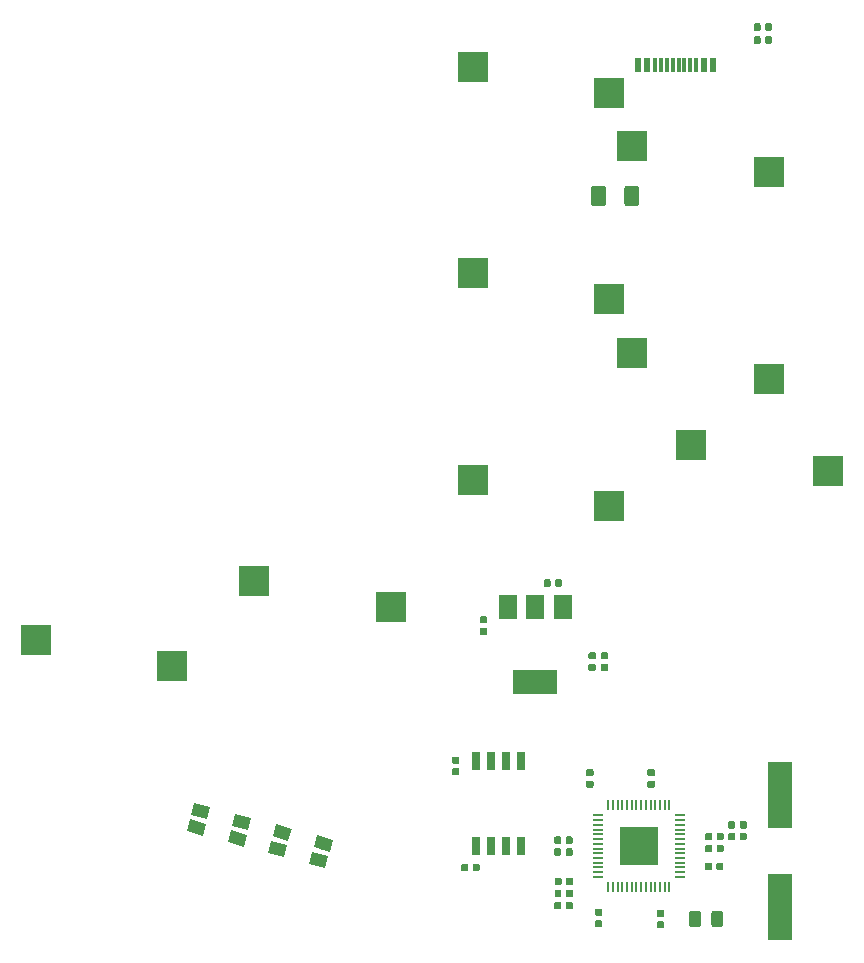
<source format=gbr>
G04 #@! TF.GenerationSoftware,KiCad,Pcbnew,(5.1.4)-1*
G04 #@! TF.CreationDate,2023-01-09T13:33:52-05:00*
G04 #@! TF.ProjectId,ThumbsUp,5468756d-6273-4557-902e-6b696361645f,rev?*
G04 #@! TF.SameCoordinates,Original*
G04 #@! TF.FileFunction,Paste,Bot*
G04 #@! TF.FilePolarity,Positive*
%FSLAX46Y46*%
G04 Gerber Fmt 4.6, Leading zero omitted, Abs format (unit mm)*
G04 Created by KiCad (PCBNEW (5.1.4)-1) date 2023-01-09 13:33:52*
%MOMM*%
%LPD*%
G04 APERTURE LIST*
%ADD10C,0.100000*%
%ADD11C,0.590000*%
%ADD12C,0.975000*%
%ADD13R,0.600000X1.160000*%
%ADD14R,0.300000X1.160000*%
%ADD15R,2.600000X2.600000*%
%ADD16R,2.100000X5.600000*%
%ADD17R,1.500000X2.000000*%
%ADD18R,3.800000X2.000000*%
%ADD19C,1.050000*%
%ADD20R,0.650000X1.650000*%
%ADD21R,3.200000X3.200000*%
%ADD22R,0.850000X0.200000*%
%ADD23R,0.200000X0.850000*%
%ADD24C,1.250000*%
G04 APERTURE END LIST*
D10*
G36*
X110087958Y-445647710D02*
G01*
X110102276Y-445649834D01*
X110116317Y-445653351D01*
X110129946Y-445658228D01*
X110143031Y-445664417D01*
X110155447Y-445671858D01*
X110167073Y-445680481D01*
X110177798Y-445690202D01*
X110187519Y-445700927D01*
X110196142Y-445712553D01*
X110203583Y-445724969D01*
X110209772Y-445738054D01*
X110214649Y-445751683D01*
X110218166Y-445765724D01*
X110220290Y-445780042D01*
X110221000Y-445794500D01*
X110221000Y-446089500D01*
X110220290Y-446103958D01*
X110218166Y-446118276D01*
X110214649Y-446132317D01*
X110209772Y-446145946D01*
X110203583Y-446159031D01*
X110196142Y-446171447D01*
X110187519Y-446183073D01*
X110177798Y-446193798D01*
X110167073Y-446203519D01*
X110155447Y-446212142D01*
X110143031Y-446219583D01*
X110129946Y-446225772D01*
X110116317Y-446230649D01*
X110102276Y-446234166D01*
X110087958Y-446236290D01*
X110073500Y-446237000D01*
X109728500Y-446237000D01*
X109714042Y-446236290D01*
X109699724Y-446234166D01*
X109685683Y-446230649D01*
X109672054Y-446225772D01*
X109658969Y-446219583D01*
X109646553Y-446212142D01*
X109634927Y-446203519D01*
X109624202Y-446193798D01*
X109614481Y-446183073D01*
X109605858Y-446171447D01*
X109598417Y-446159031D01*
X109592228Y-446145946D01*
X109587351Y-446132317D01*
X109583834Y-446118276D01*
X109581710Y-446103958D01*
X109581000Y-446089500D01*
X109581000Y-445794500D01*
X109581710Y-445780042D01*
X109583834Y-445765724D01*
X109587351Y-445751683D01*
X109592228Y-445738054D01*
X109598417Y-445724969D01*
X109605858Y-445712553D01*
X109614481Y-445700927D01*
X109624202Y-445690202D01*
X109634927Y-445680481D01*
X109646553Y-445671858D01*
X109658969Y-445664417D01*
X109672054Y-445658228D01*
X109685683Y-445653351D01*
X109699724Y-445649834D01*
X109714042Y-445647710D01*
X109728500Y-445647000D01*
X110073500Y-445647000D01*
X110087958Y-445647710D01*
X110087958Y-445647710D01*
G37*
D11*
X109901000Y-445942000D03*
D10*
G36*
X110087958Y-446617710D02*
G01*
X110102276Y-446619834D01*
X110116317Y-446623351D01*
X110129946Y-446628228D01*
X110143031Y-446634417D01*
X110155447Y-446641858D01*
X110167073Y-446650481D01*
X110177798Y-446660202D01*
X110187519Y-446670927D01*
X110196142Y-446682553D01*
X110203583Y-446694969D01*
X110209772Y-446708054D01*
X110214649Y-446721683D01*
X110218166Y-446735724D01*
X110220290Y-446750042D01*
X110221000Y-446764500D01*
X110221000Y-447059500D01*
X110220290Y-447073958D01*
X110218166Y-447088276D01*
X110214649Y-447102317D01*
X110209772Y-447115946D01*
X110203583Y-447129031D01*
X110196142Y-447141447D01*
X110187519Y-447153073D01*
X110177798Y-447163798D01*
X110167073Y-447173519D01*
X110155447Y-447182142D01*
X110143031Y-447189583D01*
X110129946Y-447195772D01*
X110116317Y-447200649D01*
X110102276Y-447204166D01*
X110087958Y-447206290D01*
X110073500Y-447207000D01*
X109728500Y-447207000D01*
X109714042Y-447206290D01*
X109699724Y-447204166D01*
X109685683Y-447200649D01*
X109672054Y-447195772D01*
X109658969Y-447189583D01*
X109646553Y-447182142D01*
X109634927Y-447173519D01*
X109624202Y-447163798D01*
X109614481Y-447153073D01*
X109605858Y-447141447D01*
X109598417Y-447129031D01*
X109592228Y-447115946D01*
X109587351Y-447102317D01*
X109583834Y-447088276D01*
X109581710Y-447073958D01*
X109581000Y-447059500D01*
X109581000Y-446764500D01*
X109581710Y-446750042D01*
X109583834Y-446735724D01*
X109587351Y-446721683D01*
X109592228Y-446708054D01*
X109598417Y-446694969D01*
X109605858Y-446682553D01*
X109614481Y-446670927D01*
X109624202Y-446660202D01*
X109634927Y-446650481D01*
X109646553Y-446641858D01*
X109658969Y-446634417D01*
X109672054Y-446628228D01*
X109685683Y-446623351D01*
X109699724Y-446619834D01*
X109714042Y-446617710D01*
X109728500Y-446617000D01*
X110073500Y-446617000D01*
X110087958Y-446617710D01*
X110087958Y-446617710D01*
G37*
D11*
X109901000Y-446912000D03*
D10*
G36*
X109037958Y-445647710D02*
G01*
X109052276Y-445649834D01*
X109066317Y-445653351D01*
X109079946Y-445658228D01*
X109093031Y-445664417D01*
X109105447Y-445671858D01*
X109117073Y-445680481D01*
X109127798Y-445690202D01*
X109137519Y-445700927D01*
X109146142Y-445712553D01*
X109153583Y-445724969D01*
X109159772Y-445738054D01*
X109164649Y-445751683D01*
X109168166Y-445765724D01*
X109170290Y-445780042D01*
X109171000Y-445794500D01*
X109171000Y-446089500D01*
X109170290Y-446103958D01*
X109168166Y-446118276D01*
X109164649Y-446132317D01*
X109159772Y-446145946D01*
X109153583Y-446159031D01*
X109146142Y-446171447D01*
X109137519Y-446183073D01*
X109127798Y-446193798D01*
X109117073Y-446203519D01*
X109105447Y-446212142D01*
X109093031Y-446219583D01*
X109079946Y-446225772D01*
X109066317Y-446230649D01*
X109052276Y-446234166D01*
X109037958Y-446236290D01*
X109023500Y-446237000D01*
X108678500Y-446237000D01*
X108664042Y-446236290D01*
X108649724Y-446234166D01*
X108635683Y-446230649D01*
X108622054Y-446225772D01*
X108608969Y-446219583D01*
X108596553Y-446212142D01*
X108584927Y-446203519D01*
X108574202Y-446193798D01*
X108564481Y-446183073D01*
X108555858Y-446171447D01*
X108548417Y-446159031D01*
X108542228Y-446145946D01*
X108537351Y-446132317D01*
X108533834Y-446118276D01*
X108531710Y-446103958D01*
X108531000Y-446089500D01*
X108531000Y-445794500D01*
X108531710Y-445780042D01*
X108533834Y-445765724D01*
X108537351Y-445751683D01*
X108542228Y-445738054D01*
X108548417Y-445724969D01*
X108555858Y-445712553D01*
X108564481Y-445700927D01*
X108574202Y-445690202D01*
X108584927Y-445680481D01*
X108596553Y-445671858D01*
X108608969Y-445664417D01*
X108622054Y-445658228D01*
X108635683Y-445653351D01*
X108649724Y-445649834D01*
X108664042Y-445647710D01*
X108678500Y-445647000D01*
X109023500Y-445647000D01*
X109037958Y-445647710D01*
X109037958Y-445647710D01*
G37*
D11*
X108851000Y-445942000D03*
D10*
G36*
X109037958Y-446617710D02*
G01*
X109052276Y-446619834D01*
X109066317Y-446623351D01*
X109079946Y-446628228D01*
X109093031Y-446634417D01*
X109105447Y-446641858D01*
X109117073Y-446650481D01*
X109127798Y-446660202D01*
X109137519Y-446670927D01*
X109146142Y-446682553D01*
X109153583Y-446694969D01*
X109159772Y-446708054D01*
X109164649Y-446721683D01*
X109168166Y-446735724D01*
X109170290Y-446750042D01*
X109171000Y-446764500D01*
X109171000Y-447059500D01*
X109170290Y-447073958D01*
X109168166Y-447088276D01*
X109164649Y-447102317D01*
X109159772Y-447115946D01*
X109153583Y-447129031D01*
X109146142Y-447141447D01*
X109137519Y-447153073D01*
X109127798Y-447163798D01*
X109117073Y-447173519D01*
X109105447Y-447182142D01*
X109093031Y-447189583D01*
X109079946Y-447195772D01*
X109066317Y-447200649D01*
X109052276Y-447204166D01*
X109037958Y-447206290D01*
X109023500Y-447207000D01*
X108678500Y-447207000D01*
X108664042Y-447206290D01*
X108649724Y-447204166D01*
X108635683Y-447200649D01*
X108622054Y-447195772D01*
X108608969Y-447189583D01*
X108596553Y-447182142D01*
X108584927Y-447173519D01*
X108574202Y-447163798D01*
X108564481Y-447153073D01*
X108555858Y-447141447D01*
X108548417Y-447129031D01*
X108542228Y-447115946D01*
X108537351Y-447102317D01*
X108533834Y-447088276D01*
X108531710Y-447073958D01*
X108531000Y-447059500D01*
X108531000Y-446764500D01*
X108531710Y-446750042D01*
X108533834Y-446735724D01*
X108537351Y-446721683D01*
X108542228Y-446708054D01*
X108548417Y-446694969D01*
X108555858Y-446682553D01*
X108564481Y-446670927D01*
X108574202Y-446660202D01*
X108584927Y-446650481D01*
X108596553Y-446641858D01*
X108608969Y-446634417D01*
X108622054Y-446628228D01*
X108635683Y-446623351D01*
X108649724Y-446619834D01*
X108664042Y-446617710D01*
X108678500Y-446617000D01*
X109023500Y-446617000D01*
X109037958Y-446617710D01*
X109037958Y-446617710D01*
G37*
D11*
X108851000Y-446912000D03*
D10*
G36*
X122976958Y-393480710D02*
G01*
X122991276Y-393482834D01*
X123005317Y-393486351D01*
X123018946Y-393491228D01*
X123032031Y-393497417D01*
X123044447Y-393504858D01*
X123056073Y-393513481D01*
X123066798Y-393523202D01*
X123076519Y-393533927D01*
X123085142Y-393545553D01*
X123092583Y-393557969D01*
X123098772Y-393571054D01*
X123103649Y-393584683D01*
X123107166Y-393598724D01*
X123109290Y-393613042D01*
X123110000Y-393627500D01*
X123110000Y-393972500D01*
X123109290Y-393986958D01*
X123107166Y-394001276D01*
X123103649Y-394015317D01*
X123098772Y-394028946D01*
X123092583Y-394042031D01*
X123085142Y-394054447D01*
X123076519Y-394066073D01*
X123066798Y-394076798D01*
X123056073Y-394086519D01*
X123044447Y-394095142D01*
X123032031Y-394102583D01*
X123018946Y-394108772D01*
X123005317Y-394113649D01*
X122991276Y-394117166D01*
X122976958Y-394119290D01*
X122962500Y-394120000D01*
X122667500Y-394120000D01*
X122653042Y-394119290D01*
X122638724Y-394117166D01*
X122624683Y-394113649D01*
X122611054Y-394108772D01*
X122597969Y-394102583D01*
X122585553Y-394095142D01*
X122573927Y-394086519D01*
X122563202Y-394076798D01*
X122553481Y-394066073D01*
X122544858Y-394054447D01*
X122537417Y-394042031D01*
X122531228Y-394028946D01*
X122526351Y-394015317D01*
X122522834Y-394001276D01*
X122520710Y-393986958D01*
X122520000Y-393972500D01*
X122520000Y-393627500D01*
X122520710Y-393613042D01*
X122522834Y-393598724D01*
X122526351Y-393584683D01*
X122531228Y-393571054D01*
X122537417Y-393557969D01*
X122544858Y-393545553D01*
X122553481Y-393533927D01*
X122563202Y-393523202D01*
X122573927Y-393513481D01*
X122585553Y-393504858D01*
X122597969Y-393497417D01*
X122611054Y-393491228D01*
X122624683Y-393486351D01*
X122638724Y-393482834D01*
X122653042Y-393480710D01*
X122667500Y-393480000D01*
X122962500Y-393480000D01*
X122976958Y-393480710D01*
X122976958Y-393480710D01*
G37*
D11*
X122815000Y-393800000D03*
D10*
G36*
X123946958Y-393480710D02*
G01*
X123961276Y-393482834D01*
X123975317Y-393486351D01*
X123988946Y-393491228D01*
X124002031Y-393497417D01*
X124014447Y-393504858D01*
X124026073Y-393513481D01*
X124036798Y-393523202D01*
X124046519Y-393533927D01*
X124055142Y-393545553D01*
X124062583Y-393557969D01*
X124068772Y-393571054D01*
X124073649Y-393584683D01*
X124077166Y-393598724D01*
X124079290Y-393613042D01*
X124080000Y-393627500D01*
X124080000Y-393972500D01*
X124079290Y-393986958D01*
X124077166Y-394001276D01*
X124073649Y-394015317D01*
X124068772Y-394028946D01*
X124062583Y-394042031D01*
X124055142Y-394054447D01*
X124046519Y-394066073D01*
X124036798Y-394076798D01*
X124026073Y-394086519D01*
X124014447Y-394095142D01*
X124002031Y-394102583D01*
X123988946Y-394108772D01*
X123975317Y-394113649D01*
X123961276Y-394117166D01*
X123946958Y-394119290D01*
X123932500Y-394120000D01*
X123637500Y-394120000D01*
X123623042Y-394119290D01*
X123608724Y-394117166D01*
X123594683Y-394113649D01*
X123581054Y-394108772D01*
X123567969Y-394102583D01*
X123555553Y-394095142D01*
X123543927Y-394086519D01*
X123533202Y-394076798D01*
X123523481Y-394066073D01*
X123514858Y-394054447D01*
X123507417Y-394042031D01*
X123501228Y-394028946D01*
X123496351Y-394015317D01*
X123492834Y-394001276D01*
X123490710Y-393986958D01*
X123490000Y-393972500D01*
X123490000Y-393627500D01*
X123490710Y-393613042D01*
X123492834Y-393598724D01*
X123496351Y-393584683D01*
X123501228Y-393571054D01*
X123507417Y-393557969D01*
X123514858Y-393545553D01*
X123523481Y-393533927D01*
X123533202Y-393523202D01*
X123543927Y-393513481D01*
X123555553Y-393504858D01*
X123567969Y-393497417D01*
X123581054Y-393491228D01*
X123594683Y-393486351D01*
X123608724Y-393482834D01*
X123623042Y-393480710D01*
X123637500Y-393480000D01*
X123932500Y-393480000D01*
X123946958Y-393480710D01*
X123946958Y-393480710D01*
G37*
D11*
X123785000Y-393800000D03*
D10*
G36*
X123946958Y-392380710D02*
G01*
X123961276Y-392382834D01*
X123975317Y-392386351D01*
X123988946Y-392391228D01*
X124002031Y-392397417D01*
X124014447Y-392404858D01*
X124026073Y-392413481D01*
X124036798Y-392423202D01*
X124046519Y-392433927D01*
X124055142Y-392445553D01*
X124062583Y-392457969D01*
X124068772Y-392471054D01*
X124073649Y-392484683D01*
X124077166Y-392498724D01*
X124079290Y-392513042D01*
X124080000Y-392527500D01*
X124080000Y-392872500D01*
X124079290Y-392886958D01*
X124077166Y-392901276D01*
X124073649Y-392915317D01*
X124068772Y-392928946D01*
X124062583Y-392942031D01*
X124055142Y-392954447D01*
X124046519Y-392966073D01*
X124036798Y-392976798D01*
X124026073Y-392986519D01*
X124014447Y-392995142D01*
X124002031Y-393002583D01*
X123988946Y-393008772D01*
X123975317Y-393013649D01*
X123961276Y-393017166D01*
X123946958Y-393019290D01*
X123932500Y-393020000D01*
X123637500Y-393020000D01*
X123623042Y-393019290D01*
X123608724Y-393017166D01*
X123594683Y-393013649D01*
X123581054Y-393008772D01*
X123567969Y-393002583D01*
X123555553Y-392995142D01*
X123543927Y-392986519D01*
X123533202Y-392976798D01*
X123523481Y-392966073D01*
X123514858Y-392954447D01*
X123507417Y-392942031D01*
X123501228Y-392928946D01*
X123496351Y-392915317D01*
X123492834Y-392901276D01*
X123490710Y-392886958D01*
X123490000Y-392872500D01*
X123490000Y-392527500D01*
X123490710Y-392513042D01*
X123492834Y-392498724D01*
X123496351Y-392484683D01*
X123501228Y-392471054D01*
X123507417Y-392457969D01*
X123514858Y-392445553D01*
X123523481Y-392433927D01*
X123533202Y-392423202D01*
X123543927Y-392413481D01*
X123555553Y-392404858D01*
X123567969Y-392397417D01*
X123581054Y-392391228D01*
X123594683Y-392386351D01*
X123608724Y-392382834D01*
X123623042Y-392380710D01*
X123637500Y-392380000D01*
X123932500Y-392380000D01*
X123946958Y-392380710D01*
X123946958Y-392380710D01*
G37*
D11*
X123785000Y-392700000D03*
D10*
G36*
X122976958Y-392380710D02*
G01*
X122991276Y-392382834D01*
X123005317Y-392386351D01*
X123018946Y-392391228D01*
X123032031Y-392397417D01*
X123044447Y-392404858D01*
X123056073Y-392413481D01*
X123066798Y-392423202D01*
X123076519Y-392433927D01*
X123085142Y-392445553D01*
X123092583Y-392457969D01*
X123098772Y-392471054D01*
X123103649Y-392484683D01*
X123107166Y-392498724D01*
X123109290Y-392513042D01*
X123110000Y-392527500D01*
X123110000Y-392872500D01*
X123109290Y-392886958D01*
X123107166Y-392901276D01*
X123103649Y-392915317D01*
X123098772Y-392928946D01*
X123092583Y-392942031D01*
X123085142Y-392954447D01*
X123076519Y-392966073D01*
X123066798Y-392976798D01*
X123056073Y-392986519D01*
X123044447Y-392995142D01*
X123032031Y-393002583D01*
X123018946Y-393008772D01*
X123005317Y-393013649D01*
X122991276Y-393017166D01*
X122976958Y-393019290D01*
X122962500Y-393020000D01*
X122667500Y-393020000D01*
X122653042Y-393019290D01*
X122638724Y-393017166D01*
X122624683Y-393013649D01*
X122611054Y-393008772D01*
X122597969Y-393002583D01*
X122585553Y-392995142D01*
X122573927Y-392986519D01*
X122563202Y-392976798D01*
X122553481Y-392966073D01*
X122544858Y-392954447D01*
X122537417Y-392942031D01*
X122531228Y-392928946D01*
X122526351Y-392915317D01*
X122522834Y-392901276D01*
X122520710Y-392886958D01*
X122520000Y-392872500D01*
X122520000Y-392527500D01*
X122520710Y-392513042D01*
X122522834Y-392498724D01*
X122526351Y-392484683D01*
X122531228Y-392471054D01*
X122537417Y-392457969D01*
X122544858Y-392445553D01*
X122553481Y-392433927D01*
X122563202Y-392423202D01*
X122573927Y-392413481D01*
X122585553Y-392404858D01*
X122597969Y-392397417D01*
X122611054Y-392391228D01*
X122624683Y-392386351D01*
X122638724Y-392382834D01*
X122653042Y-392380710D01*
X122667500Y-392380000D01*
X122962500Y-392380000D01*
X122976958Y-392380710D01*
X122976958Y-392380710D01*
G37*
D11*
X122815000Y-392700000D03*
D10*
G36*
X99836958Y-442595710D02*
G01*
X99851276Y-442597834D01*
X99865317Y-442601351D01*
X99878946Y-442606228D01*
X99892031Y-442612417D01*
X99904447Y-442619858D01*
X99916073Y-442628481D01*
X99926798Y-442638202D01*
X99936519Y-442648927D01*
X99945142Y-442660553D01*
X99952583Y-442672969D01*
X99958772Y-442686054D01*
X99963649Y-442699683D01*
X99967166Y-442713724D01*
X99969290Y-442728042D01*
X99970000Y-442742500D01*
X99970000Y-443037500D01*
X99969290Y-443051958D01*
X99967166Y-443066276D01*
X99963649Y-443080317D01*
X99958772Y-443093946D01*
X99952583Y-443107031D01*
X99945142Y-443119447D01*
X99936519Y-443131073D01*
X99926798Y-443141798D01*
X99916073Y-443151519D01*
X99904447Y-443160142D01*
X99892031Y-443167583D01*
X99878946Y-443173772D01*
X99865317Y-443178649D01*
X99851276Y-443182166D01*
X99836958Y-443184290D01*
X99822500Y-443185000D01*
X99477500Y-443185000D01*
X99463042Y-443184290D01*
X99448724Y-443182166D01*
X99434683Y-443178649D01*
X99421054Y-443173772D01*
X99407969Y-443167583D01*
X99395553Y-443160142D01*
X99383927Y-443151519D01*
X99373202Y-443141798D01*
X99363481Y-443131073D01*
X99354858Y-443119447D01*
X99347417Y-443107031D01*
X99341228Y-443093946D01*
X99336351Y-443080317D01*
X99332834Y-443066276D01*
X99330710Y-443051958D01*
X99330000Y-443037500D01*
X99330000Y-442742500D01*
X99330710Y-442728042D01*
X99332834Y-442713724D01*
X99336351Y-442699683D01*
X99341228Y-442686054D01*
X99347417Y-442672969D01*
X99354858Y-442660553D01*
X99363481Y-442648927D01*
X99373202Y-442638202D01*
X99383927Y-442628481D01*
X99395553Y-442619858D01*
X99407969Y-442612417D01*
X99421054Y-442606228D01*
X99434683Y-442601351D01*
X99448724Y-442597834D01*
X99463042Y-442595710D01*
X99477500Y-442595000D01*
X99822500Y-442595000D01*
X99836958Y-442595710D01*
X99836958Y-442595710D01*
G37*
D11*
X99650000Y-442890000D03*
D10*
G36*
X99836958Y-443565710D02*
G01*
X99851276Y-443567834D01*
X99865317Y-443571351D01*
X99878946Y-443576228D01*
X99892031Y-443582417D01*
X99904447Y-443589858D01*
X99916073Y-443598481D01*
X99926798Y-443608202D01*
X99936519Y-443618927D01*
X99945142Y-443630553D01*
X99952583Y-443642969D01*
X99958772Y-443656054D01*
X99963649Y-443669683D01*
X99967166Y-443683724D01*
X99969290Y-443698042D01*
X99970000Y-443712500D01*
X99970000Y-444007500D01*
X99969290Y-444021958D01*
X99967166Y-444036276D01*
X99963649Y-444050317D01*
X99958772Y-444063946D01*
X99952583Y-444077031D01*
X99945142Y-444089447D01*
X99936519Y-444101073D01*
X99926798Y-444111798D01*
X99916073Y-444121519D01*
X99904447Y-444130142D01*
X99892031Y-444137583D01*
X99878946Y-444143772D01*
X99865317Y-444148649D01*
X99851276Y-444152166D01*
X99836958Y-444154290D01*
X99822500Y-444155000D01*
X99477500Y-444155000D01*
X99463042Y-444154290D01*
X99448724Y-444152166D01*
X99434683Y-444148649D01*
X99421054Y-444143772D01*
X99407969Y-444137583D01*
X99395553Y-444130142D01*
X99383927Y-444121519D01*
X99373202Y-444111798D01*
X99363481Y-444101073D01*
X99354858Y-444089447D01*
X99347417Y-444077031D01*
X99341228Y-444063946D01*
X99336351Y-444050317D01*
X99332834Y-444036276D01*
X99330710Y-444021958D01*
X99330000Y-444007500D01*
X99330000Y-443712500D01*
X99330710Y-443698042D01*
X99332834Y-443683724D01*
X99336351Y-443669683D01*
X99341228Y-443656054D01*
X99347417Y-443642969D01*
X99354858Y-443630553D01*
X99363481Y-443618927D01*
X99373202Y-443608202D01*
X99383927Y-443598481D01*
X99395553Y-443589858D01*
X99407969Y-443582417D01*
X99421054Y-443576228D01*
X99434683Y-443571351D01*
X99448724Y-443567834D01*
X99463042Y-443565710D01*
X99477500Y-443565000D01*
X99822500Y-443565000D01*
X99836958Y-443565710D01*
X99836958Y-443565710D01*
G37*
D11*
X99650000Y-443860000D03*
D10*
G36*
X119702642Y-467499174D02*
G01*
X119726303Y-467502684D01*
X119749507Y-467508496D01*
X119772029Y-467516554D01*
X119793653Y-467526782D01*
X119814170Y-467539079D01*
X119833383Y-467553329D01*
X119851107Y-467569393D01*
X119867171Y-467587117D01*
X119881421Y-467606330D01*
X119893718Y-467626847D01*
X119903946Y-467648471D01*
X119912004Y-467670993D01*
X119917816Y-467694197D01*
X119921326Y-467717858D01*
X119922500Y-467741750D01*
X119922500Y-468654250D01*
X119921326Y-468678142D01*
X119917816Y-468701803D01*
X119912004Y-468725007D01*
X119903946Y-468747529D01*
X119893718Y-468769153D01*
X119881421Y-468789670D01*
X119867171Y-468808883D01*
X119851107Y-468826607D01*
X119833383Y-468842671D01*
X119814170Y-468856921D01*
X119793653Y-468869218D01*
X119772029Y-468879446D01*
X119749507Y-468887504D01*
X119726303Y-468893316D01*
X119702642Y-468896826D01*
X119678750Y-468898000D01*
X119191250Y-468898000D01*
X119167358Y-468896826D01*
X119143697Y-468893316D01*
X119120493Y-468887504D01*
X119097971Y-468879446D01*
X119076347Y-468869218D01*
X119055830Y-468856921D01*
X119036617Y-468842671D01*
X119018893Y-468826607D01*
X119002829Y-468808883D01*
X118988579Y-468789670D01*
X118976282Y-468769153D01*
X118966054Y-468747529D01*
X118957996Y-468725007D01*
X118952184Y-468701803D01*
X118948674Y-468678142D01*
X118947500Y-468654250D01*
X118947500Y-467741750D01*
X118948674Y-467717858D01*
X118952184Y-467694197D01*
X118957996Y-467670993D01*
X118966054Y-467648471D01*
X118976282Y-467626847D01*
X118988579Y-467606330D01*
X119002829Y-467587117D01*
X119018893Y-467569393D01*
X119036617Y-467553329D01*
X119055830Y-467539079D01*
X119076347Y-467526782D01*
X119097971Y-467516554D01*
X119120493Y-467508496D01*
X119143697Y-467502684D01*
X119167358Y-467499174D01*
X119191250Y-467498000D01*
X119678750Y-467498000D01*
X119702642Y-467499174D01*
X119702642Y-467499174D01*
G37*
D12*
X119435000Y-468198000D03*
D10*
G36*
X117827642Y-467499174D02*
G01*
X117851303Y-467502684D01*
X117874507Y-467508496D01*
X117897029Y-467516554D01*
X117918653Y-467526782D01*
X117939170Y-467539079D01*
X117958383Y-467553329D01*
X117976107Y-467569393D01*
X117992171Y-467587117D01*
X118006421Y-467606330D01*
X118018718Y-467626847D01*
X118028946Y-467648471D01*
X118037004Y-467670993D01*
X118042816Y-467694197D01*
X118046326Y-467717858D01*
X118047500Y-467741750D01*
X118047500Y-468654250D01*
X118046326Y-468678142D01*
X118042816Y-468701803D01*
X118037004Y-468725007D01*
X118028946Y-468747529D01*
X118018718Y-468769153D01*
X118006421Y-468789670D01*
X117992171Y-468808883D01*
X117976107Y-468826607D01*
X117958383Y-468842671D01*
X117939170Y-468856921D01*
X117918653Y-468869218D01*
X117897029Y-468879446D01*
X117874507Y-468887504D01*
X117851303Y-468893316D01*
X117827642Y-468896826D01*
X117803750Y-468898000D01*
X117316250Y-468898000D01*
X117292358Y-468896826D01*
X117268697Y-468893316D01*
X117245493Y-468887504D01*
X117222971Y-468879446D01*
X117201347Y-468869218D01*
X117180830Y-468856921D01*
X117161617Y-468842671D01*
X117143893Y-468826607D01*
X117127829Y-468808883D01*
X117113579Y-468789670D01*
X117101282Y-468769153D01*
X117091054Y-468747529D01*
X117082996Y-468725007D01*
X117077184Y-468701803D01*
X117073674Y-468678142D01*
X117072500Y-468654250D01*
X117072500Y-467741750D01*
X117073674Y-467717858D01*
X117077184Y-467694197D01*
X117082996Y-467670993D01*
X117091054Y-467648471D01*
X117101282Y-467626847D01*
X117113579Y-467606330D01*
X117127829Y-467587117D01*
X117143893Y-467569393D01*
X117161617Y-467553329D01*
X117180830Y-467539079D01*
X117201347Y-467526782D01*
X117222971Y-467516554D01*
X117245493Y-467508496D01*
X117268697Y-467502684D01*
X117292358Y-467499174D01*
X117316250Y-467498000D01*
X117803750Y-467498000D01*
X117827642Y-467499174D01*
X117827642Y-467499174D01*
G37*
D12*
X117560000Y-468198000D03*
D10*
G36*
X107071958Y-466770710D02*
G01*
X107086276Y-466772834D01*
X107100317Y-466776351D01*
X107113946Y-466781228D01*
X107127031Y-466787417D01*
X107139447Y-466794858D01*
X107151073Y-466803481D01*
X107161798Y-466813202D01*
X107171519Y-466823927D01*
X107180142Y-466835553D01*
X107187583Y-466847969D01*
X107193772Y-466861054D01*
X107198649Y-466874683D01*
X107202166Y-466888724D01*
X107204290Y-466903042D01*
X107205000Y-466917500D01*
X107205000Y-467262500D01*
X107204290Y-467276958D01*
X107202166Y-467291276D01*
X107198649Y-467305317D01*
X107193772Y-467318946D01*
X107187583Y-467332031D01*
X107180142Y-467344447D01*
X107171519Y-467356073D01*
X107161798Y-467366798D01*
X107151073Y-467376519D01*
X107139447Y-467385142D01*
X107127031Y-467392583D01*
X107113946Y-467398772D01*
X107100317Y-467403649D01*
X107086276Y-467407166D01*
X107071958Y-467409290D01*
X107057500Y-467410000D01*
X106762500Y-467410000D01*
X106748042Y-467409290D01*
X106733724Y-467407166D01*
X106719683Y-467403649D01*
X106706054Y-467398772D01*
X106692969Y-467392583D01*
X106680553Y-467385142D01*
X106668927Y-467376519D01*
X106658202Y-467366798D01*
X106648481Y-467356073D01*
X106639858Y-467344447D01*
X106632417Y-467332031D01*
X106626228Y-467318946D01*
X106621351Y-467305317D01*
X106617834Y-467291276D01*
X106615710Y-467276958D01*
X106615000Y-467262500D01*
X106615000Y-466917500D01*
X106615710Y-466903042D01*
X106617834Y-466888724D01*
X106621351Y-466874683D01*
X106626228Y-466861054D01*
X106632417Y-466847969D01*
X106639858Y-466835553D01*
X106648481Y-466823927D01*
X106658202Y-466813202D01*
X106668927Y-466803481D01*
X106680553Y-466794858D01*
X106692969Y-466787417D01*
X106706054Y-466781228D01*
X106719683Y-466776351D01*
X106733724Y-466772834D01*
X106748042Y-466770710D01*
X106762500Y-466770000D01*
X107057500Y-466770000D01*
X107071958Y-466770710D01*
X107071958Y-466770710D01*
G37*
D11*
X106910000Y-467090000D03*
D10*
G36*
X106101958Y-466770710D02*
G01*
X106116276Y-466772834D01*
X106130317Y-466776351D01*
X106143946Y-466781228D01*
X106157031Y-466787417D01*
X106169447Y-466794858D01*
X106181073Y-466803481D01*
X106191798Y-466813202D01*
X106201519Y-466823927D01*
X106210142Y-466835553D01*
X106217583Y-466847969D01*
X106223772Y-466861054D01*
X106228649Y-466874683D01*
X106232166Y-466888724D01*
X106234290Y-466903042D01*
X106235000Y-466917500D01*
X106235000Y-467262500D01*
X106234290Y-467276958D01*
X106232166Y-467291276D01*
X106228649Y-467305317D01*
X106223772Y-467318946D01*
X106217583Y-467332031D01*
X106210142Y-467344447D01*
X106201519Y-467356073D01*
X106191798Y-467366798D01*
X106181073Y-467376519D01*
X106169447Y-467385142D01*
X106157031Y-467392583D01*
X106143946Y-467398772D01*
X106130317Y-467403649D01*
X106116276Y-467407166D01*
X106101958Y-467409290D01*
X106087500Y-467410000D01*
X105792500Y-467410000D01*
X105778042Y-467409290D01*
X105763724Y-467407166D01*
X105749683Y-467403649D01*
X105736054Y-467398772D01*
X105722969Y-467392583D01*
X105710553Y-467385142D01*
X105698927Y-467376519D01*
X105688202Y-467366798D01*
X105678481Y-467356073D01*
X105669858Y-467344447D01*
X105662417Y-467332031D01*
X105656228Y-467318946D01*
X105651351Y-467305317D01*
X105647834Y-467291276D01*
X105645710Y-467276958D01*
X105645000Y-467262500D01*
X105645000Y-466917500D01*
X105645710Y-466903042D01*
X105647834Y-466888724D01*
X105651351Y-466874683D01*
X105656228Y-466861054D01*
X105662417Y-466847969D01*
X105669858Y-466835553D01*
X105678481Y-466823927D01*
X105688202Y-466813202D01*
X105698927Y-466803481D01*
X105710553Y-466794858D01*
X105722969Y-466787417D01*
X105736054Y-466781228D01*
X105749683Y-466776351D01*
X105763724Y-466772834D01*
X105778042Y-466770710D01*
X105792500Y-466770000D01*
X106087500Y-466770000D01*
X106101958Y-466770710D01*
X106101958Y-466770710D01*
G37*
D11*
X105940000Y-467090000D03*
D10*
G36*
X119846958Y-460930710D02*
G01*
X119861276Y-460932834D01*
X119875317Y-460936351D01*
X119888946Y-460941228D01*
X119902031Y-460947417D01*
X119914447Y-460954858D01*
X119926073Y-460963481D01*
X119936798Y-460973202D01*
X119946519Y-460983927D01*
X119955142Y-460995553D01*
X119962583Y-461007969D01*
X119968772Y-461021054D01*
X119973649Y-461034683D01*
X119977166Y-461048724D01*
X119979290Y-461063042D01*
X119980000Y-461077500D01*
X119980000Y-461422500D01*
X119979290Y-461436958D01*
X119977166Y-461451276D01*
X119973649Y-461465317D01*
X119968772Y-461478946D01*
X119962583Y-461492031D01*
X119955142Y-461504447D01*
X119946519Y-461516073D01*
X119936798Y-461526798D01*
X119926073Y-461536519D01*
X119914447Y-461545142D01*
X119902031Y-461552583D01*
X119888946Y-461558772D01*
X119875317Y-461563649D01*
X119861276Y-461567166D01*
X119846958Y-461569290D01*
X119832500Y-461570000D01*
X119537500Y-461570000D01*
X119523042Y-461569290D01*
X119508724Y-461567166D01*
X119494683Y-461563649D01*
X119481054Y-461558772D01*
X119467969Y-461552583D01*
X119455553Y-461545142D01*
X119443927Y-461536519D01*
X119433202Y-461526798D01*
X119423481Y-461516073D01*
X119414858Y-461504447D01*
X119407417Y-461492031D01*
X119401228Y-461478946D01*
X119396351Y-461465317D01*
X119392834Y-461451276D01*
X119390710Y-461436958D01*
X119390000Y-461422500D01*
X119390000Y-461077500D01*
X119390710Y-461063042D01*
X119392834Y-461048724D01*
X119396351Y-461034683D01*
X119401228Y-461021054D01*
X119407417Y-461007969D01*
X119414858Y-460995553D01*
X119423481Y-460983927D01*
X119433202Y-460973202D01*
X119443927Y-460963481D01*
X119455553Y-460954858D01*
X119467969Y-460947417D01*
X119481054Y-460941228D01*
X119494683Y-460936351D01*
X119508724Y-460932834D01*
X119523042Y-460930710D01*
X119537500Y-460930000D01*
X119832500Y-460930000D01*
X119846958Y-460930710D01*
X119846958Y-460930710D01*
G37*
D11*
X119685000Y-461250000D03*
D10*
G36*
X118876958Y-460930710D02*
G01*
X118891276Y-460932834D01*
X118905317Y-460936351D01*
X118918946Y-460941228D01*
X118932031Y-460947417D01*
X118944447Y-460954858D01*
X118956073Y-460963481D01*
X118966798Y-460973202D01*
X118976519Y-460983927D01*
X118985142Y-460995553D01*
X118992583Y-461007969D01*
X118998772Y-461021054D01*
X119003649Y-461034683D01*
X119007166Y-461048724D01*
X119009290Y-461063042D01*
X119010000Y-461077500D01*
X119010000Y-461422500D01*
X119009290Y-461436958D01*
X119007166Y-461451276D01*
X119003649Y-461465317D01*
X118998772Y-461478946D01*
X118992583Y-461492031D01*
X118985142Y-461504447D01*
X118976519Y-461516073D01*
X118966798Y-461526798D01*
X118956073Y-461536519D01*
X118944447Y-461545142D01*
X118932031Y-461552583D01*
X118918946Y-461558772D01*
X118905317Y-461563649D01*
X118891276Y-461567166D01*
X118876958Y-461569290D01*
X118862500Y-461570000D01*
X118567500Y-461570000D01*
X118553042Y-461569290D01*
X118538724Y-461567166D01*
X118524683Y-461563649D01*
X118511054Y-461558772D01*
X118497969Y-461552583D01*
X118485553Y-461545142D01*
X118473927Y-461536519D01*
X118463202Y-461526798D01*
X118453481Y-461516073D01*
X118444858Y-461504447D01*
X118437417Y-461492031D01*
X118431228Y-461478946D01*
X118426351Y-461465317D01*
X118422834Y-461451276D01*
X118420710Y-461436958D01*
X118420000Y-461422500D01*
X118420000Y-461077500D01*
X118420710Y-461063042D01*
X118422834Y-461048724D01*
X118426351Y-461034683D01*
X118431228Y-461021054D01*
X118437417Y-461007969D01*
X118444858Y-460995553D01*
X118453481Y-460983927D01*
X118463202Y-460973202D01*
X118473927Y-460963481D01*
X118485553Y-460954858D01*
X118497969Y-460947417D01*
X118511054Y-460941228D01*
X118524683Y-460936351D01*
X118538724Y-460932834D01*
X118553042Y-460930710D01*
X118567500Y-460930000D01*
X118862500Y-460930000D01*
X118876958Y-460930710D01*
X118876958Y-460930710D01*
G37*
D11*
X118715000Y-461250000D03*
D10*
G36*
X97486958Y-454485710D02*
G01*
X97501276Y-454487834D01*
X97515317Y-454491351D01*
X97528946Y-454496228D01*
X97542031Y-454502417D01*
X97554447Y-454509858D01*
X97566073Y-454518481D01*
X97576798Y-454528202D01*
X97586519Y-454538927D01*
X97595142Y-454550553D01*
X97602583Y-454562969D01*
X97608772Y-454576054D01*
X97613649Y-454589683D01*
X97617166Y-454603724D01*
X97619290Y-454618042D01*
X97620000Y-454632500D01*
X97620000Y-454927500D01*
X97619290Y-454941958D01*
X97617166Y-454956276D01*
X97613649Y-454970317D01*
X97608772Y-454983946D01*
X97602583Y-454997031D01*
X97595142Y-455009447D01*
X97586519Y-455021073D01*
X97576798Y-455031798D01*
X97566073Y-455041519D01*
X97554447Y-455050142D01*
X97542031Y-455057583D01*
X97528946Y-455063772D01*
X97515317Y-455068649D01*
X97501276Y-455072166D01*
X97486958Y-455074290D01*
X97472500Y-455075000D01*
X97127500Y-455075000D01*
X97113042Y-455074290D01*
X97098724Y-455072166D01*
X97084683Y-455068649D01*
X97071054Y-455063772D01*
X97057969Y-455057583D01*
X97045553Y-455050142D01*
X97033927Y-455041519D01*
X97023202Y-455031798D01*
X97013481Y-455021073D01*
X97004858Y-455009447D01*
X96997417Y-454997031D01*
X96991228Y-454983946D01*
X96986351Y-454970317D01*
X96982834Y-454956276D01*
X96980710Y-454941958D01*
X96980000Y-454927500D01*
X96980000Y-454632500D01*
X96980710Y-454618042D01*
X96982834Y-454603724D01*
X96986351Y-454589683D01*
X96991228Y-454576054D01*
X96997417Y-454562969D01*
X97004858Y-454550553D01*
X97013481Y-454538927D01*
X97023202Y-454528202D01*
X97033927Y-454518481D01*
X97045553Y-454509858D01*
X97057969Y-454502417D01*
X97071054Y-454496228D01*
X97084683Y-454491351D01*
X97098724Y-454487834D01*
X97113042Y-454485710D01*
X97127500Y-454485000D01*
X97472500Y-454485000D01*
X97486958Y-454485710D01*
X97486958Y-454485710D01*
G37*
D11*
X97300000Y-454780000D03*
D10*
G36*
X97486958Y-455455710D02*
G01*
X97501276Y-455457834D01*
X97515317Y-455461351D01*
X97528946Y-455466228D01*
X97542031Y-455472417D01*
X97554447Y-455479858D01*
X97566073Y-455488481D01*
X97576798Y-455498202D01*
X97586519Y-455508927D01*
X97595142Y-455520553D01*
X97602583Y-455532969D01*
X97608772Y-455546054D01*
X97613649Y-455559683D01*
X97617166Y-455573724D01*
X97619290Y-455588042D01*
X97620000Y-455602500D01*
X97620000Y-455897500D01*
X97619290Y-455911958D01*
X97617166Y-455926276D01*
X97613649Y-455940317D01*
X97608772Y-455953946D01*
X97602583Y-455967031D01*
X97595142Y-455979447D01*
X97586519Y-455991073D01*
X97576798Y-456001798D01*
X97566073Y-456011519D01*
X97554447Y-456020142D01*
X97542031Y-456027583D01*
X97528946Y-456033772D01*
X97515317Y-456038649D01*
X97501276Y-456042166D01*
X97486958Y-456044290D01*
X97472500Y-456045000D01*
X97127500Y-456045000D01*
X97113042Y-456044290D01*
X97098724Y-456042166D01*
X97084683Y-456038649D01*
X97071054Y-456033772D01*
X97057969Y-456027583D01*
X97045553Y-456020142D01*
X97033927Y-456011519D01*
X97023202Y-456001798D01*
X97013481Y-455991073D01*
X97004858Y-455979447D01*
X96997417Y-455967031D01*
X96991228Y-455953946D01*
X96986351Y-455940317D01*
X96982834Y-455926276D01*
X96980710Y-455911958D01*
X96980000Y-455897500D01*
X96980000Y-455602500D01*
X96980710Y-455588042D01*
X96982834Y-455573724D01*
X96986351Y-455559683D01*
X96991228Y-455546054D01*
X96997417Y-455532969D01*
X97004858Y-455520553D01*
X97013481Y-455508927D01*
X97023202Y-455498202D01*
X97033927Y-455488481D01*
X97045553Y-455479858D01*
X97057969Y-455472417D01*
X97071054Y-455466228D01*
X97084683Y-455461351D01*
X97098724Y-455457834D01*
X97113042Y-455455710D01*
X97127500Y-455455000D01*
X97472500Y-455455000D01*
X97486958Y-455455710D01*
X97486958Y-455455710D01*
G37*
D11*
X97300000Y-455750000D03*
D10*
G36*
X109586958Y-468325710D02*
G01*
X109601276Y-468327834D01*
X109615317Y-468331351D01*
X109628946Y-468336228D01*
X109642031Y-468342417D01*
X109654447Y-468349858D01*
X109666073Y-468358481D01*
X109676798Y-468368202D01*
X109686519Y-468378927D01*
X109695142Y-468390553D01*
X109702583Y-468402969D01*
X109708772Y-468416054D01*
X109713649Y-468429683D01*
X109717166Y-468443724D01*
X109719290Y-468458042D01*
X109720000Y-468472500D01*
X109720000Y-468767500D01*
X109719290Y-468781958D01*
X109717166Y-468796276D01*
X109713649Y-468810317D01*
X109708772Y-468823946D01*
X109702583Y-468837031D01*
X109695142Y-468849447D01*
X109686519Y-468861073D01*
X109676798Y-468871798D01*
X109666073Y-468881519D01*
X109654447Y-468890142D01*
X109642031Y-468897583D01*
X109628946Y-468903772D01*
X109615317Y-468908649D01*
X109601276Y-468912166D01*
X109586958Y-468914290D01*
X109572500Y-468915000D01*
X109227500Y-468915000D01*
X109213042Y-468914290D01*
X109198724Y-468912166D01*
X109184683Y-468908649D01*
X109171054Y-468903772D01*
X109157969Y-468897583D01*
X109145553Y-468890142D01*
X109133927Y-468881519D01*
X109123202Y-468871798D01*
X109113481Y-468861073D01*
X109104858Y-468849447D01*
X109097417Y-468837031D01*
X109091228Y-468823946D01*
X109086351Y-468810317D01*
X109082834Y-468796276D01*
X109080710Y-468781958D01*
X109080000Y-468767500D01*
X109080000Y-468472500D01*
X109080710Y-468458042D01*
X109082834Y-468443724D01*
X109086351Y-468429683D01*
X109091228Y-468416054D01*
X109097417Y-468402969D01*
X109104858Y-468390553D01*
X109113481Y-468378927D01*
X109123202Y-468368202D01*
X109133927Y-468358481D01*
X109145553Y-468349858D01*
X109157969Y-468342417D01*
X109171054Y-468336228D01*
X109184683Y-468331351D01*
X109198724Y-468327834D01*
X109213042Y-468325710D01*
X109227500Y-468325000D01*
X109572500Y-468325000D01*
X109586958Y-468325710D01*
X109586958Y-468325710D01*
G37*
D11*
X109400000Y-468620000D03*
D10*
G36*
X109586958Y-467355710D02*
G01*
X109601276Y-467357834D01*
X109615317Y-467361351D01*
X109628946Y-467366228D01*
X109642031Y-467372417D01*
X109654447Y-467379858D01*
X109666073Y-467388481D01*
X109676798Y-467398202D01*
X109686519Y-467408927D01*
X109695142Y-467420553D01*
X109702583Y-467432969D01*
X109708772Y-467446054D01*
X109713649Y-467459683D01*
X109717166Y-467473724D01*
X109719290Y-467488042D01*
X109720000Y-467502500D01*
X109720000Y-467797500D01*
X109719290Y-467811958D01*
X109717166Y-467826276D01*
X109713649Y-467840317D01*
X109708772Y-467853946D01*
X109702583Y-467867031D01*
X109695142Y-467879447D01*
X109686519Y-467891073D01*
X109676798Y-467901798D01*
X109666073Y-467911519D01*
X109654447Y-467920142D01*
X109642031Y-467927583D01*
X109628946Y-467933772D01*
X109615317Y-467938649D01*
X109601276Y-467942166D01*
X109586958Y-467944290D01*
X109572500Y-467945000D01*
X109227500Y-467945000D01*
X109213042Y-467944290D01*
X109198724Y-467942166D01*
X109184683Y-467938649D01*
X109171054Y-467933772D01*
X109157969Y-467927583D01*
X109145553Y-467920142D01*
X109133927Y-467911519D01*
X109123202Y-467901798D01*
X109113481Y-467891073D01*
X109104858Y-467879447D01*
X109097417Y-467867031D01*
X109091228Y-467853946D01*
X109086351Y-467840317D01*
X109082834Y-467826276D01*
X109080710Y-467811958D01*
X109080000Y-467797500D01*
X109080000Y-467502500D01*
X109080710Y-467488042D01*
X109082834Y-467473724D01*
X109086351Y-467459683D01*
X109091228Y-467446054D01*
X109097417Y-467432969D01*
X109104858Y-467420553D01*
X109113481Y-467408927D01*
X109123202Y-467398202D01*
X109133927Y-467388481D01*
X109145553Y-467379858D01*
X109157969Y-467372417D01*
X109171054Y-467366228D01*
X109184683Y-467361351D01*
X109198724Y-467357834D01*
X109213042Y-467355710D01*
X109227500Y-467355000D01*
X109572500Y-467355000D01*
X109586958Y-467355710D01*
X109586958Y-467355710D01*
G37*
D11*
X109400000Y-467650000D03*
D10*
G36*
X114036958Y-455535710D02*
G01*
X114051276Y-455537834D01*
X114065317Y-455541351D01*
X114078946Y-455546228D01*
X114092031Y-455552417D01*
X114104447Y-455559858D01*
X114116073Y-455568481D01*
X114126798Y-455578202D01*
X114136519Y-455588927D01*
X114145142Y-455600553D01*
X114152583Y-455612969D01*
X114158772Y-455626054D01*
X114163649Y-455639683D01*
X114167166Y-455653724D01*
X114169290Y-455668042D01*
X114170000Y-455682500D01*
X114170000Y-455977500D01*
X114169290Y-455991958D01*
X114167166Y-456006276D01*
X114163649Y-456020317D01*
X114158772Y-456033946D01*
X114152583Y-456047031D01*
X114145142Y-456059447D01*
X114136519Y-456071073D01*
X114126798Y-456081798D01*
X114116073Y-456091519D01*
X114104447Y-456100142D01*
X114092031Y-456107583D01*
X114078946Y-456113772D01*
X114065317Y-456118649D01*
X114051276Y-456122166D01*
X114036958Y-456124290D01*
X114022500Y-456125000D01*
X113677500Y-456125000D01*
X113663042Y-456124290D01*
X113648724Y-456122166D01*
X113634683Y-456118649D01*
X113621054Y-456113772D01*
X113607969Y-456107583D01*
X113595553Y-456100142D01*
X113583927Y-456091519D01*
X113573202Y-456081798D01*
X113563481Y-456071073D01*
X113554858Y-456059447D01*
X113547417Y-456047031D01*
X113541228Y-456033946D01*
X113536351Y-456020317D01*
X113532834Y-456006276D01*
X113530710Y-455991958D01*
X113530000Y-455977500D01*
X113530000Y-455682500D01*
X113530710Y-455668042D01*
X113532834Y-455653724D01*
X113536351Y-455639683D01*
X113541228Y-455626054D01*
X113547417Y-455612969D01*
X113554858Y-455600553D01*
X113563481Y-455588927D01*
X113573202Y-455578202D01*
X113583927Y-455568481D01*
X113595553Y-455559858D01*
X113607969Y-455552417D01*
X113621054Y-455546228D01*
X113634683Y-455541351D01*
X113648724Y-455537834D01*
X113663042Y-455535710D01*
X113677500Y-455535000D01*
X114022500Y-455535000D01*
X114036958Y-455535710D01*
X114036958Y-455535710D01*
G37*
D11*
X113850000Y-455830000D03*
D10*
G36*
X114036958Y-456505710D02*
G01*
X114051276Y-456507834D01*
X114065317Y-456511351D01*
X114078946Y-456516228D01*
X114092031Y-456522417D01*
X114104447Y-456529858D01*
X114116073Y-456538481D01*
X114126798Y-456548202D01*
X114136519Y-456558927D01*
X114145142Y-456570553D01*
X114152583Y-456582969D01*
X114158772Y-456596054D01*
X114163649Y-456609683D01*
X114167166Y-456623724D01*
X114169290Y-456638042D01*
X114170000Y-456652500D01*
X114170000Y-456947500D01*
X114169290Y-456961958D01*
X114167166Y-456976276D01*
X114163649Y-456990317D01*
X114158772Y-457003946D01*
X114152583Y-457017031D01*
X114145142Y-457029447D01*
X114136519Y-457041073D01*
X114126798Y-457051798D01*
X114116073Y-457061519D01*
X114104447Y-457070142D01*
X114092031Y-457077583D01*
X114078946Y-457083772D01*
X114065317Y-457088649D01*
X114051276Y-457092166D01*
X114036958Y-457094290D01*
X114022500Y-457095000D01*
X113677500Y-457095000D01*
X113663042Y-457094290D01*
X113648724Y-457092166D01*
X113634683Y-457088649D01*
X113621054Y-457083772D01*
X113607969Y-457077583D01*
X113595553Y-457070142D01*
X113583927Y-457061519D01*
X113573202Y-457051798D01*
X113563481Y-457041073D01*
X113554858Y-457029447D01*
X113547417Y-457017031D01*
X113541228Y-457003946D01*
X113536351Y-456990317D01*
X113532834Y-456976276D01*
X113530710Y-456961958D01*
X113530000Y-456947500D01*
X113530000Y-456652500D01*
X113530710Y-456638042D01*
X113532834Y-456623724D01*
X113536351Y-456609683D01*
X113541228Y-456596054D01*
X113547417Y-456582969D01*
X113554858Y-456570553D01*
X113563481Y-456558927D01*
X113573202Y-456548202D01*
X113583927Y-456538481D01*
X113595553Y-456529858D01*
X113607969Y-456522417D01*
X113621054Y-456516228D01*
X113634683Y-456511351D01*
X113648724Y-456507834D01*
X113663042Y-456505710D01*
X113677500Y-456505000D01*
X114022500Y-456505000D01*
X114036958Y-456505710D01*
X114036958Y-456505710D01*
G37*
D11*
X113850000Y-456800000D03*
D10*
G36*
X119846958Y-461930710D02*
G01*
X119861276Y-461932834D01*
X119875317Y-461936351D01*
X119888946Y-461941228D01*
X119902031Y-461947417D01*
X119914447Y-461954858D01*
X119926073Y-461963481D01*
X119936798Y-461973202D01*
X119946519Y-461983927D01*
X119955142Y-461995553D01*
X119962583Y-462007969D01*
X119968772Y-462021054D01*
X119973649Y-462034683D01*
X119977166Y-462048724D01*
X119979290Y-462063042D01*
X119980000Y-462077500D01*
X119980000Y-462422500D01*
X119979290Y-462436958D01*
X119977166Y-462451276D01*
X119973649Y-462465317D01*
X119968772Y-462478946D01*
X119962583Y-462492031D01*
X119955142Y-462504447D01*
X119946519Y-462516073D01*
X119936798Y-462526798D01*
X119926073Y-462536519D01*
X119914447Y-462545142D01*
X119902031Y-462552583D01*
X119888946Y-462558772D01*
X119875317Y-462563649D01*
X119861276Y-462567166D01*
X119846958Y-462569290D01*
X119832500Y-462570000D01*
X119537500Y-462570000D01*
X119523042Y-462569290D01*
X119508724Y-462567166D01*
X119494683Y-462563649D01*
X119481054Y-462558772D01*
X119467969Y-462552583D01*
X119455553Y-462545142D01*
X119443927Y-462536519D01*
X119433202Y-462526798D01*
X119423481Y-462516073D01*
X119414858Y-462504447D01*
X119407417Y-462492031D01*
X119401228Y-462478946D01*
X119396351Y-462465317D01*
X119392834Y-462451276D01*
X119390710Y-462436958D01*
X119390000Y-462422500D01*
X119390000Y-462077500D01*
X119390710Y-462063042D01*
X119392834Y-462048724D01*
X119396351Y-462034683D01*
X119401228Y-462021054D01*
X119407417Y-462007969D01*
X119414858Y-461995553D01*
X119423481Y-461983927D01*
X119433202Y-461973202D01*
X119443927Y-461963481D01*
X119455553Y-461954858D01*
X119467969Y-461947417D01*
X119481054Y-461941228D01*
X119494683Y-461936351D01*
X119508724Y-461932834D01*
X119523042Y-461930710D01*
X119537500Y-461930000D01*
X119832500Y-461930000D01*
X119846958Y-461930710D01*
X119846958Y-461930710D01*
G37*
D11*
X119685000Y-462250000D03*
D10*
G36*
X118876958Y-461930710D02*
G01*
X118891276Y-461932834D01*
X118905317Y-461936351D01*
X118918946Y-461941228D01*
X118932031Y-461947417D01*
X118944447Y-461954858D01*
X118956073Y-461963481D01*
X118966798Y-461973202D01*
X118976519Y-461983927D01*
X118985142Y-461995553D01*
X118992583Y-462007969D01*
X118998772Y-462021054D01*
X119003649Y-462034683D01*
X119007166Y-462048724D01*
X119009290Y-462063042D01*
X119010000Y-462077500D01*
X119010000Y-462422500D01*
X119009290Y-462436958D01*
X119007166Y-462451276D01*
X119003649Y-462465317D01*
X118998772Y-462478946D01*
X118992583Y-462492031D01*
X118985142Y-462504447D01*
X118976519Y-462516073D01*
X118966798Y-462526798D01*
X118956073Y-462536519D01*
X118944447Y-462545142D01*
X118932031Y-462552583D01*
X118918946Y-462558772D01*
X118905317Y-462563649D01*
X118891276Y-462567166D01*
X118876958Y-462569290D01*
X118862500Y-462570000D01*
X118567500Y-462570000D01*
X118553042Y-462569290D01*
X118538724Y-462567166D01*
X118524683Y-462563649D01*
X118511054Y-462558772D01*
X118497969Y-462552583D01*
X118485553Y-462545142D01*
X118473927Y-462536519D01*
X118463202Y-462526798D01*
X118453481Y-462516073D01*
X118444858Y-462504447D01*
X118437417Y-462492031D01*
X118431228Y-462478946D01*
X118426351Y-462465317D01*
X118422834Y-462451276D01*
X118420710Y-462436958D01*
X118420000Y-462422500D01*
X118420000Y-462077500D01*
X118420710Y-462063042D01*
X118422834Y-462048724D01*
X118426351Y-462034683D01*
X118431228Y-462021054D01*
X118437417Y-462007969D01*
X118444858Y-461995553D01*
X118453481Y-461983927D01*
X118463202Y-461973202D01*
X118473927Y-461963481D01*
X118485553Y-461954858D01*
X118497969Y-461947417D01*
X118511054Y-461941228D01*
X118524683Y-461936351D01*
X118538724Y-461932834D01*
X118553042Y-461930710D01*
X118567500Y-461930000D01*
X118862500Y-461930000D01*
X118876958Y-461930710D01*
X118876958Y-461930710D01*
G37*
D11*
X118715000Y-462250000D03*
D10*
G36*
X106091958Y-461230710D02*
G01*
X106106276Y-461232834D01*
X106120317Y-461236351D01*
X106133946Y-461241228D01*
X106147031Y-461247417D01*
X106159447Y-461254858D01*
X106171073Y-461263481D01*
X106181798Y-461273202D01*
X106191519Y-461283927D01*
X106200142Y-461295553D01*
X106207583Y-461307969D01*
X106213772Y-461321054D01*
X106218649Y-461334683D01*
X106222166Y-461348724D01*
X106224290Y-461363042D01*
X106225000Y-461377500D01*
X106225000Y-461722500D01*
X106224290Y-461736958D01*
X106222166Y-461751276D01*
X106218649Y-461765317D01*
X106213772Y-461778946D01*
X106207583Y-461792031D01*
X106200142Y-461804447D01*
X106191519Y-461816073D01*
X106181798Y-461826798D01*
X106171073Y-461836519D01*
X106159447Y-461845142D01*
X106147031Y-461852583D01*
X106133946Y-461858772D01*
X106120317Y-461863649D01*
X106106276Y-461867166D01*
X106091958Y-461869290D01*
X106077500Y-461870000D01*
X105782500Y-461870000D01*
X105768042Y-461869290D01*
X105753724Y-461867166D01*
X105739683Y-461863649D01*
X105726054Y-461858772D01*
X105712969Y-461852583D01*
X105700553Y-461845142D01*
X105688927Y-461836519D01*
X105678202Y-461826798D01*
X105668481Y-461816073D01*
X105659858Y-461804447D01*
X105652417Y-461792031D01*
X105646228Y-461778946D01*
X105641351Y-461765317D01*
X105637834Y-461751276D01*
X105635710Y-461736958D01*
X105635000Y-461722500D01*
X105635000Y-461377500D01*
X105635710Y-461363042D01*
X105637834Y-461348724D01*
X105641351Y-461334683D01*
X105646228Y-461321054D01*
X105652417Y-461307969D01*
X105659858Y-461295553D01*
X105668481Y-461283927D01*
X105678202Y-461273202D01*
X105688927Y-461263481D01*
X105700553Y-461254858D01*
X105712969Y-461247417D01*
X105726054Y-461241228D01*
X105739683Y-461236351D01*
X105753724Y-461232834D01*
X105768042Y-461230710D01*
X105782500Y-461230000D01*
X106077500Y-461230000D01*
X106091958Y-461230710D01*
X106091958Y-461230710D01*
G37*
D11*
X105930000Y-461550000D03*
D10*
G36*
X107061958Y-461230710D02*
G01*
X107076276Y-461232834D01*
X107090317Y-461236351D01*
X107103946Y-461241228D01*
X107117031Y-461247417D01*
X107129447Y-461254858D01*
X107141073Y-461263481D01*
X107151798Y-461273202D01*
X107161519Y-461283927D01*
X107170142Y-461295553D01*
X107177583Y-461307969D01*
X107183772Y-461321054D01*
X107188649Y-461334683D01*
X107192166Y-461348724D01*
X107194290Y-461363042D01*
X107195000Y-461377500D01*
X107195000Y-461722500D01*
X107194290Y-461736958D01*
X107192166Y-461751276D01*
X107188649Y-461765317D01*
X107183772Y-461778946D01*
X107177583Y-461792031D01*
X107170142Y-461804447D01*
X107161519Y-461816073D01*
X107151798Y-461826798D01*
X107141073Y-461836519D01*
X107129447Y-461845142D01*
X107117031Y-461852583D01*
X107103946Y-461858772D01*
X107090317Y-461863649D01*
X107076276Y-461867166D01*
X107061958Y-461869290D01*
X107047500Y-461870000D01*
X106752500Y-461870000D01*
X106738042Y-461869290D01*
X106723724Y-461867166D01*
X106709683Y-461863649D01*
X106696054Y-461858772D01*
X106682969Y-461852583D01*
X106670553Y-461845142D01*
X106658927Y-461836519D01*
X106648202Y-461826798D01*
X106638481Y-461816073D01*
X106629858Y-461804447D01*
X106622417Y-461792031D01*
X106616228Y-461778946D01*
X106611351Y-461765317D01*
X106607834Y-461751276D01*
X106605710Y-461736958D01*
X106605000Y-461722500D01*
X106605000Y-461377500D01*
X106605710Y-461363042D01*
X106607834Y-461348724D01*
X106611351Y-461334683D01*
X106616228Y-461321054D01*
X106622417Y-461307969D01*
X106629858Y-461295553D01*
X106638481Y-461283927D01*
X106648202Y-461273202D01*
X106658927Y-461263481D01*
X106670553Y-461254858D01*
X106682969Y-461247417D01*
X106696054Y-461241228D01*
X106709683Y-461236351D01*
X106723724Y-461232834D01*
X106738042Y-461230710D01*
X106752500Y-461230000D01*
X107047500Y-461230000D01*
X107061958Y-461230710D01*
X107061958Y-461230710D01*
G37*
D11*
X106900000Y-461550000D03*
D10*
G36*
X119831958Y-463455710D02*
G01*
X119846276Y-463457834D01*
X119860317Y-463461351D01*
X119873946Y-463466228D01*
X119887031Y-463472417D01*
X119899447Y-463479858D01*
X119911073Y-463488481D01*
X119921798Y-463498202D01*
X119931519Y-463508927D01*
X119940142Y-463520553D01*
X119947583Y-463532969D01*
X119953772Y-463546054D01*
X119958649Y-463559683D01*
X119962166Y-463573724D01*
X119964290Y-463588042D01*
X119965000Y-463602500D01*
X119965000Y-463947500D01*
X119964290Y-463961958D01*
X119962166Y-463976276D01*
X119958649Y-463990317D01*
X119953772Y-464003946D01*
X119947583Y-464017031D01*
X119940142Y-464029447D01*
X119931519Y-464041073D01*
X119921798Y-464051798D01*
X119911073Y-464061519D01*
X119899447Y-464070142D01*
X119887031Y-464077583D01*
X119873946Y-464083772D01*
X119860317Y-464088649D01*
X119846276Y-464092166D01*
X119831958Y-464094290D01*
X119817500Y-464095000D01*
X119522500Y-464095000D01*
X119508042Y-464094290D01*
X119493724Y-464092166D01*
X119479683Y-464088649D01*
X119466054Y-464083772D01*
X119452969Y-464077583D01*
X119440553Y-464070142D01*
X119428927Y-464061519D01*
X119418202Y-464051798D01*
X119408481Y-464041073D01*
X119399858Y-464029447D01*
X119392417Y-464017031D01*
X119386228Y-464003946D01*
X119381351Y-463990317D01*
X119377834Y-463976276D01*
X119375710Y-463961958D01*
X119375000Y-463947500D01*
X119375000Y-463602500D01*
X119375710Y-463588042D01*
X119377834Y-463573724D01*
X119381351Y-463559683D01*
X119386228Y-463546054D01*
X119392417Y-463532969D01*
X119399858Y-463520553D01*
X119408481Y-463508927D01*
X119418202Y-463498202D01*
X119428927Y-463488481D01*
X119440553Y-463479858D01*
X119452969Y-463472417D01*
X119466054Y-463466228D01*
X119479683Y-463461351D01*
X119493724Y-463457834D01*
X119508042Y-463455710D01*
X119522500Y-463455000D01*
X119817500Y-463455000D01*
X119831958Y-463455710D01*
X119831958Y-463455710D01*
G37*
D11*
X119670000Y-463775000D03*
D10*
G36*
X118861958Y-463455710D02*
G01*
X118876276Y-463457834D01*
X118890317Y-463461351D01*
X118903946Y-463466228D01*
X118917031Y-463472417D01*
X118929447Y-463479858D01*
X118941073Y-463488481D01*
X118951798Y-463498202D01*
X118961519Y-463508927D01*
X118970142Y-463520553D01*
X118977583Y-463532969D01*
X118983772Y-463546054D01*
X118988649Y-463559683D01*
X118992166Y-463573724D01*
X118994290Y-463588042D01*
X118995000Y-463602500D01*
X118995000Y-463947500D01*
X118994290Y-463961958D01*
X118992166Y-463976276D01*
X118988649Y-463990317D01*
X118983772Y-464003946D01*
X118977583Y-464017031D01*
X118970142Y-464029447D01*
X118961519Y-464041073D01*
X118951798Y-464051798D01*
X118941073Y-464061519D01*
X118929447Y-464070142D01*
X118917031Y-464077583D01*
X118903946Y-464083772D01*
X118890317Y-464088649D01*
X118876276Y-464092166D01*
X118861958Y-464094290D01*
X118847500Y-464095000D01*
X118552500Y-464095000D01*
X118538042Y-464094290D01*
X118523724Y-464092166D01*
X118509683Y-464088649D01*
X118496054Y-464083772D01*
X118482969Y-464077583D01*
X118470553Y-464070142D01*
X118458927Y-464061519D01*
X118448202Y-464051798D01*
X118438481Y-464041073D01*
X118429858Y-464029447D01*
X118422417Y-464017031D01*
X118416228Y-464003946D01*
X118411351Y-463990317D01*
X118407834Y-463976276D01*
X118405710Y-463961958D01*
X118405000Y-463947500D01*
X118405000Y-463602500D01*
X118405710Y-463588042D01*
X118407834Y-463573724D01*
X118411351Y-463559683D01*
X118416228Y-463546054D01*
X118422417Y-463532969D01*
X118429858Y-463520553D01*
X118438481Y-463508927D01*
X118448202Y-463498202D01*
X118458927Y-463488481D01*
X118470553Y-463479858D01*
X118482969Y-463472417D01*
X118496054Y-463466228D01*
X118509683Y-463461351D01*
X118523724Y-463457834D01*
X118538042Y-463455710D01*
X118552500Y-463455000D01*
X118847500Y-463455000D01*
X118861958Y-463455710D01*
X118861958Y-463455710D01*
G37*
D11*
X118700000Y-463775000D03*
D10*
G36*
X106126958Y-464730710D02*
G01*
X106141276Y-464732834D01*
X106155317Y-464736351D01*
X106168946Y-464741228D01*
X106182031Y-464747417D01*
X106194447Y-464754858D01*
X106206073Y-464763481D01*
X106216798Y-464773202D01*
X106226519Y-464783927D01*
X106235142Y-464795553D01*
X106242583Y-464807969D01*
X106248772Y-464821054D01*
X106253649Y-464834683D01*
X106257166Y-464848724D01*
X106259290Y-464863042D01*
X106260000Y-464877500D01*
X106260000Y-465222500D01*
X106259290Y-465236958D01*
X106257166Y-465251276D01*
X106253649Y-465265317D01*
X106248772Y-465278946D01*
X106242583Y-465292031D01*
X106235142Y-465304447D01*
X106226519Y-465316073D01*
X106216798Y-465326798D01*
X106206073Y-465336519D01*
X106194447Y-465345142D01*
X106182031Y-465352583D01*
X106168946Y-465358772D01*
X106155317Y-465363649D01*
X106141276Y-465367166D01*
X106126958Y-465369290D01*
X106112500Y-465370000D01*
X105817500Y-465370000D01*
X105803042Y-465369290D01*
X105788724Y-465367166D01*
X105774683Y-465363649D01*
X105761054Y-465358772D01*
X105747969Y-465352583D01*
X105735553Y-465345142D01*
X105723927Y-465336519D01*
X105713202Y-465326798D01*
X105703481Y-465316073D01*
X105694858Y-465304447D01*
X105687417Y-465292031D01*
X105681228Y-465278946D01*
X105676351Y-465265317D01*
X105672834Y-465251276D01*
X105670710Y-465236958D01*
X105670000Y-465222500D01*
X105670000Y-464877500D01*
X105670710Y-464863042D01*
X105672834Y-464848724D01*
X105676351Y-464834683D01*
X105681228Y-464821054D01*
X105687417Y-464807969D01*
X105694858Y-464795553D01*
X105703481Y-464783927D01*
X105713202Y-464773202D01*
X105723927Y-464763481D01*
X105735553Y-464754858D01*
X105747969Y-464747417D01*
X105761054Y-464741228D01*
X105774683Y-464736351D01*
X105788724Y-464732834D01*
X105803042Y-464730710D01*
X105817500Y-464730000D01*
X106112500Y-464730000D01*
X106126958Y-464730710D01*
X106126958Y-464730710D01*
G37*
D11*
X105965000Y-465050000D03*
D10*
G36*
X107096958Y-464730710D02*
G01*
X107111276Y-464732834D01*
X107125317Y-464736351D01*
X107138946Y-464741228D01*
X107152031Y-464747417D01*
X107164447Y-464754858D01*
X107176073Y-464763481D01*
X107186798Y-464773202D01*
X107196519Y-464783927D01*
X107205142Y-464795553D01*
X107212583Y-464807969D01*
X107218772Y-464821054D01*
X107223649Y-464834683D01*
X107227166Y-464848724D01*
X107229290Y-464863042D01*
X107230000Y-464877500D01*
X107230000Y-465222500D01*
X107229290Y-465236958D01*
X107227166Y-465251276D01*
X107223649Y-465265317D01*
X107218772Y-465278946D01*
X107212583Y-465292031D01*
X107205142Y-465304447D01*
X107196519Y-465316073D01*
X107186798Y-465326798D01*
X107176073Y-465336519D01*
X107164447Y-465345142D01*
X107152031Y-465352583D01*
X107138946Y-465358772D01*
X107125317Y-465363649D01*
X107111276Y-465367166D01*
X107096958Y-465369290D01*
X107082500Y-465370000D01*
X106787500Y-465370000D01*
X106773042Y-465369290D01*
X106758724Y-465367166D01*
X106744683Y-465363649D01*
X106731054Y-465358772D01*
X106717969Y-465352583D01*
X106705553Y-465345142D01*
X106693927Y-465336519D01*
X106683202Y-465326798D01*
X106673481Y-465316073D01*
X106664858Y-465304447D01*
X106657417Y-465292031D01*
X106651228Y-465278946D01*
X106646351Y-465265317D01*
X106642834Y-465251276D01*
X106640710Y-465236958D01*
X106640000Y-465222500D01*
X106640000Y-464877500D01*
X106640710Y-464863042D01*
X106642834Y-464848724D01*
X106646351Y-464834683D01*
X106651228Y-464821054D01*
X106657417Y-464807969D01*
X106664858Y-464795553D01*
X106673481Y-464783927D01*
X106683202Y-464773202D01*
X106693927Y-464763481D01*
X106705553Y-464754858D01*
X106717969Y-464747417D01*
X106731054Y-464741228D01*
X106744683Y-464736351D01*
X106758724Y-464732834D01*
X106773042Y-464730710D01*
X106787500Y-464730000D01*
X107082500Y-464730000D01*
X107096958Y-464730710D01*
X107096958Y-464730710D01*
G37*
D11*
X106935000Y-465050000D03*
D10*
G36*
X98216958Y-463540710D02*
G01*
X98231276Y-463542834D01*
X98245317Y-463546351D01*
X98258946Y-463551228D01*
X98272031Y-463557417D01*
X98284447Y-463564858D01*
X98296073Y-463573481D01*
X98306798Y-463583202D01*
X98316519Y-463593927D01*
X98325142Y-463605553D01*
X98332583Y-463617969D01*
X98338772Y-463631054D01*
X98343649Y-463644683D01*
X98347166Y-463658724D01*
X98349290Y-463673042D01*
X98350000Y-463687500D01*
X98350000Y-464032500D01*
X98349290Y-464046958D01*
X98347166Y-464061276D01*
X98343649Y-464075317D01*
X98338772Y-464088946D01*
X98332583Y-464102031D01*
X98325142Y-464114447D01*
X98316519Y-464126073D01*
X98306798Y-464136798D01*
X98296073Y-464146519D01*
X98284447Y-464155142D01*
X98272031Y-464162583D01*
X98258946Y-464168772D01*
X98245317Y-464173649D01*
X98231276Y-464177166D01*
X98216958Y-464179290D01*
X98202500Y-464180000D01*
X97907500Y-464180000D01*
X97893042Y-464179290D01*
X97878724Y-464177166D01*
X97864683Y-464173649D01*
X97851054Y-464168772D01*
X97837969Y-464162583D01*
X97825553Y-464155142D01*
X97813927Y-464146519D01*
X97803202Y-464136798D01*
X97793481Y-464126073D01*
X97784858Y-464114447D01*
X97777417Y-464102031D01*
X97771228Y-464088946D01*
X97766351Y-464075317D01*
X97762834Y-464061276D01*
X97760710Y-464046958D01*
X97760000Y-464032500D01*
X97760000Y-463687500D01*
X97760710Y-463673042D01*
X97762834Y-463658724D01*
X97766351Y-463644683D01*
X97771228Y-463631054D01*
X97777417Y-463617969D01*
X97784858Y-463605553D01*
X97793481Y-463593927D01*
X97803202Y-463583202D01*
X97813927Y-463573481D01*
X97825553Y-463564858D01*
X97837969Y-463557417D01*
X97851054Y-463551228D01*
X97864683Y-463546351D01*
X97878724Y-463542834D01*
X97893042Y-463540710D01*
X97907500Y-463540000D01*
X98202500Y-463540000D01*
X98216958Y-463540710D01*
X98216958Y-463540710D01*
G37*
D11*
X98055000Y-463860000D03*
D10*
G36*
X99186958Y-463540710D02*
G01*
X99201276Y-463542834D01*
X99215317Y-463546351D01*
X99228946Y-463551228D01*
X99242031Y-463557417D01*
X99254447Y-463564858D01*
X99266073Y-463573481D01*
X99276798Y-463583202D01*
X99286519Y-463593927D01*
X99295142Y-463605553D01*
X99302583Y-463617969D01*
X99308772Y-463631054D01*
X99313649Y-463644683D01*
X99317166Y-463658724D01*
X99319290Y-463673042D01*
X99320000Y-463687500D01*
X99320000Y-464032500D01*
X99319290Y-464046958D01*
X99317166Y-464061276D01*
X99313649Y-464075317D01*
X99308772Y-464088946D01*
X99302583Y-464102031D01*
X99295142Y-464114447D01*
X99286519Y-464126073D01*
X99276798Y-464136798D01*
X99266073Y-464146519D01*
X99254447Y-464155142D01*
X99242031Y-464162583D01*
X99228946Y-464168772D01*
X99215317Y-464173649D01*
X99201276Y-464177166D01*
X99186958Y-464179290D01*
X99172500Y-464180000D01*
X98877500Y-464180000D01*
X98863042Y-464179290D01*
X98848724Y-464177166D01*
X98834683Y-464173649D01*
X98821054Y-464168772D01*
X98807969Y-464162583D01*
X98795553Y-464155142D01*
X98783927Y-464146519D01*
X98773202Y-464136798D01*
X98763481Y-464126073D01*
X98754858Y-464114447D01*
X98747417Y-464102031D01*
X98741228Y-464088946D01*
X98736351Y-464075317D01*
X98732834Y-464061276D01*
X98730710Y-464046958D01*
X98730000Y-464032500D01*
X98730000Y-463687500D01*
X98730710Y-463673042D01*
X98732834Y-463658724D01*
X98736351Y-463644683D01*
X98741228Y-463631054D01*
X98747417Y-463617969D01*
X98754858Y-463605553D01*
X98763481Y-463593927D01*
X98773202Y-463583202D01*
X98783927Y-463573481D01*
X98795553Y-463564858D01*
X98807969Y-463557417D01*
X98821054Y-463551228D01*
X98834683Y-463546351D01*
X98848724Y-463542834D01*
X98863042Y-463540710D01*
X98877500Y-463540000D01*
X99172500Y-463540000D01*
X99186958Y-463540710D01*
X99186958Y-463540710D01*
G37*
D11*
X99025000Y-463860000D03*
D10*
G36*
X105201958Y-439455710D02*
G01*
X105216276Y-439457834D01*
X105230317Y-439461351D01*
X105243946Y-439466228D01*
X105257031Y-439472417D01*
X105269447Y-439479858D01*
X105281073Y-439488481D01*
X105291798Y-439498202D01*
X105301519Y-439508927D01*
X105310142Y-439520553D01*
X105317583Y-439532969D01*
X105323772Y-439546054D01*
X105328649Y-439559683D01*
X105332166Y-439573724D01*
X105334290Y-439588042D01*
X105335000Y-439602500D01*
X105335000Y-439947500D01*
X105334290Y-439961958D01*
X105332166Y-439976276D01*
X105328649Y-439990317D01*
X105323772Y-440003946D01*
X105317583Y-440017031D01*
X105310142Y-440029447D01*
X105301519Y-440041073D01*
X105291798Y-440051798D01*
X105281073Y-440061519D01*
X105269447Y-440070142D01*
X105257031Y-440077583D01*
X105243946Y-440083772D01*
X105230317Y-440088649D01*
X105216276Y-440092166D01*
X105201958Y-440094290D01*
X105187500Y-440095000D01*
X104892500Y-440095000D01*
X104878042Y-440094290D01*
X104863724Y-440092166D01*
X104849683Y-440088649D01*
X104836054Y-440083772D01*
X104822969Y-440077583D01*
X104810553Y-440070142D01*
X104798927Y-440061519D01*
X104788202Y-440051798D01*
X104778481Y-440041073D01*
X104769858Y-440029447D01*
X104762417Y-440017031D01*
X104756228Y-440003946D01*
X104751351Y-439990317D01*
X104747834Y-439976276D01*
X104745710Y-439961958D01*
X104745000Y-439947500D01*
X104745000Y-439602500D01*
X104745710Y-439588042D01*
X104747834Y-439573724D01*
X104751351Y-439559683D01*
X104756228Y-439546054D01*
X104762417Y-439532969D01*
X104769858Y-439520553D01*
X104778481Y-439508927D01*
X104788202Y-439498202D01*
X104798927Y-439488481D01*
X104810553Y-439479858D01*
X104822969Y-439472417D01*
X104836054Y-439466228D01*
X104849683Y-439461351D01*
X104863724Y-439457834D01*
X104878042Y-439455710D01*
X104892500Y-439455000D01*
X105187500Y-439455000D01*
X105201958Y-439455710D01*
X105201958Y-439455710D01*
G37*
D11*
X105040000Y-439775000D03*
D10*
G36*
X106171958Y-439455710D02*
G01*
X106186276Y-439457834D01*
X106200317Y-439461351D01*
X106213946Y-439466228D01*
X106227031Y-439472417D01*
X106239447Y-439479858D01*
X106251073Y-439488481D01*
X106261798Y-439498202D01*
X106271519Y-439508927D01*
X106280142Y-439520553D01*
X106287583Y-439532969D01*
X106293772Y-439546054D01*
X106298649Y-439559683D01*
X106302166Y-439573724D01*
X106304290Y-439588042D01*
X106305000Y-439602500D01*
X106305000Y-439947500D01*
X106304290Y-439961958D01*
X106302166Y-439976276D01*
X106298649Y-439990317D01*
X106293772Y-440003946D01*
X106287583Y-440017031D01*
X106280142Y-440029447D01*
X106271519Y-440041073D01*
X106261798Y-440051798D01*
X106251073Y-440061519D01*
X106239447Y-440070142D01*
X106227031Y-440077583D01*
X106213946Y-440083772D01*
X106200317Y-440088649D01*
X106186276Y-440092166D01*
X106171958Y-440094290D01*
X106157500Y-440095000D01*
X105862500Y-440095000D01*
X105848042Y-440094290D01*
X105833724Y-440092166D01*
X105819683Y-440088649D01*
X105806054Y-440083772D01*
X105792969Y-440077583D01*
X105780553Y-440070142D01*
X105768927Y-440061519D01*
X105758202Y-440051798D01*
X105748481Y-440041073D01*
X105739858Y-440029447D01*
X105732417Y-440017031D01*
X105726228Y-440003946D01*
X105721351Y-439990317D01*
X105717834Y-439976276D01*
X105715710Y-439961958D01*
X105715000Y-439947500D01*
X105715000Y-439602500D01*
X105715710Y-439588042D01*
X105717834Y-439573724D01*
X105721351Y-439559683D01*
X105726228Y-439546054D01*
X105732417Y-439532969D01*
X105739858Y-439520553D01*
X105748481Y-439508927D01*
X105758202Y-439498202D01*
X105768927Y-439488481D01*
X105780553Y-439479858D01*
X105792969Y-439472417D01*
X105806054Y-439466228D01*
X105819683Y-439461351D01*
X105833724Y-439457834D01*
X105848042Y-439455710D01*
X105862500Y-439455000D01*
X106157500Y-439455000D01*
X106171958Y-439455710D01*
X106171958Y-439455710D01*
G37*
D11*
X106010000Y-439775000D03*
D10*
G36*
X106121958Y-465750710D02*
G01*
X106136276Y-465752834D01*
X106150317Y-465756351D01*
X106163946Y-465761228D01*
X106177031Y-465767417D01*
X106189447Y-465774858D01*
X106201073Y-465783481D01*
X106211798Y-465793202D01*
X106221519Y-465803927D01*
X106230142Y-465815553D01*
X106237583Y-465827969D01*
X106243772Y-465841054D01*
X106248649Y-465854683D01*
X106252166Y-465868724D01*
X106254290Y-465883042D01*
X106255000Y-465897500D01*
X106255000Y-466242500D01*
X106254290Y-466256958D01*
X106252166Y-466271276D01*
X106248649Y-466285317D01*
X106243772Y-466298946D01*
X106237583Y-466312031D01*
X106230142Y-466324447D01*
X106221519Y-466336073D01*
X106211798Y-466346798D01*
X106201073Y-466356519D01*
X106189447Y-466365142D01*
X106177031Y-466372583D01*
X106163946Y-466378772D01*
X106150317Y-466383649D01*
X106136276Y-466387166D01*
X106121958Y-466389290D01*
X106107500Y-466390000D01*
X105812500Y-466390000D01*
X105798042Y-466389290D01*
X105783724Y-466387166D01*
X105769683Y-466383649D01*
X105756054Y-466378772D01*
X105742969Y-466372583D01*
X105730553Y-466365142D01*
X105718927Y-466356519D01*
X105708202Y-466346798D01*
X105698481Y-466336073D01*
X105689858Y-466324447D01*
X105682417Y-466312031D01*
X105676228Y-466298946D01*
X105671351Y-466285317D01*
X105667834Y-466271276D01*
X105665710Y-466256958D01*
X105665000Y-466242500D01*
X105665000Y-465897500D01*
X105665710Y-465883042D01*
X105667834Y-465868724D01*
X105671351Y-465854683D01*
X105676228Y-465841054D01*
X105682417Y-465827969D01*
X105689858Y-465815553D01*
X105698481Y-465803927D01*
X105708202Y-465793202D01*
X105718927Y-465783481D01*
X105730553Y-465774858D01*
X105742969Y-465767417D01*
X105756054Y-465761228D01*
X105769683Y-465756351D01*
X105783724Y-465752834D01*
X105798042Y-465750710D01*
X105812500Y-465750000D01*
X106107500Y-465750000D01*
X106121958Y-465750710D01*
X106121958Y-465750710D01*
G37*
D11*
X105960000Y-466070000D03*
D10*
G36*
X107091958Y-465750710D02*
G01*
X107106276Y-465752834D01*
X107120317Y-465756351D01*
X107133946Y-465761228D01*
X107147031Y-465767417D01*
X107159447Y-465774858D01*
X107171073Y-465783481D01*
X107181798Y-465793202D01*
X107191519Y-465803927D01*
X107200142Y-465815553D01*
X107207583Y-465827969D01*
X107213772Y-465841054D01*
X107218649Y-465854683D01*
X107222166Y-465868724D01*
X107224290Y-465883042D01*
X107225000Y-465897500D01*
X107225000Y-466242500D01*
X107224290Y-466256958D01*
X107222166Y-466271276D01*
X107218649Y-466285317D01*
X107213772Y-466298946D01*
X107207583Y-466312031D01*
X107200142Y-466324447D01*
X107191519Y-466336073D01*
X107181798Y-466346798D01*
X107171073Y-466356519D01*
X107159447Y-466365142D01*
X107147031Y-466372583D01*
X107133946Y-466378772D01*
X107120317Y-466383649D01*
X107106276Y-466387166D01*
X107091958Y-466389290D01*
X107077500Y-466390000D01*
X106782500Y-466390000D01*
X106768042Y-466389290D01*
X106753724Y-466387166D01*
X106739683Y-466383649D01*
X106726054Y-466378772D01*
X106712969Y-466372583D01*
X106700553Y-466365142D01*
X106688927Y-466356519D01*
X106678202Y-466346798D01*
X106668481Y-466336073D01*
X106659858Y-466324447D01*
X106652417Y-466312031D01*
X106646228Y-466298946D01*
X106641351Y-466285317D01*
X106637834Y-466271276D01*
X106635710Y-466256958D01*
X106635000Y-466242500D01*
X106635000Y-465897500D01*
X106635710Y-465883042D01*
X106637834Y-465868724D01*
X106641351Y-465854683D01*
X106646228Y-465841054D01*
X106652417Y-465827969D01*
X106659858Y-465815553D01*
X106668481Y-465803927D01*
X106678202Y-465793202D01*
X106688927Y-465783481D01*
X106700553Y-465774858D01*
X106712969Y-465767417D01*
X106726054Y-465761228D01*
X106739683Y-465756351D01*
X106753724Y-465752834D01*
X106768042Y-465750710D01*
X106782500Y-465750000D01*
X107077500Y-465750000D01*
X107091958Y-465750710D01*
X107091958Y-465750710D01*
G37*
D11*
X106930000Y-466070000D03*
D10*
G36*
X108836958Y-455535710D02*
G01*
X108851276Y-455537834D01*
X108865317Y-455541351D01*
X108878946Y-455546228D01*
X108892031Y-455552417D01*
X108904447Y-455559858D01*
X108916073Y-455568481D01*
X108926798Y-455578202D01*
X108936519Y-455588927D01*
X108945142Y-455600553D01*
X108952583Y-455612969D01*
X108958772Y-455626054D01*
X108963649Y-455639683D01*
X108967166Y-455653724D01*
X108969290Y-455668042D01*
X108970000Y-455682500D01*
X108970000Y-455977500D01*
X108969290Y-455991958D01*
X108967166Y-456006276D01*
X108963649Y-456020317D01*
X108958772Y-456033946D01*
X108952583Y-456047031D01*
X108945142Y-456059447D01*
X108936519Y-456071073D01*
X108926798Y-456081798D01*
X108916073Y-456091519D01*
X108904447Y-456100142D01*
X108892031Y-456107583D01*
X108878946Y-456113772D01*
X108865317Y-456118649D01*
X108851276Y-456122166D01*
X108836958Y-456124290D01*
X108822500Y-456125000D01*
X108477500Y-456125000D01*
X108463042Y-456124290D01*
X108448724Y-456122166D01*
X108434683Y-456118649D01*
X108421054Y-456113772D01*
X108407969Y-456107583D01*
X108395553Y-456100142D01*
X108383927Y-456091519D01*
X108373202Y-456081798D01*
X108363481Y-456071073D01*
X108354858Y-456059447D01*
X108347417Y-456047031D01*
X108341228Y-456033946D01*
X108336351Y-456020317D01*
X108332834Y-456006276D01*
X108330710Y-455991958D01*
X108330000Y-455977500D01*
X108330000Y-455682500D01*
X108330710Y-455668042D01*
X108332834Y-455653724D01*
X108336351Y-455639683D01*
X108341228Y-455626054D01*
X108347417Y-455612969D01*
X108354858Y-455600553D01*
X108363481Y-455588927D01*
X108373202Y-455578202D01*
X108383927Y-455568481D01*
X108395553Y-455559858D01*
X108407969Y-455552417D01*
X108421054Y-455546228D01*
X108434683Y-455541351D01*
X108448724Y-455537834D01*
X108463042Y-455535710D01*
X108477500Y-455535000D01*
X108822500Y-455535000D01*
X108836958Y-455535710D01*
X108836958Y-455535710D01*
G37*
D11*
X108650000Y-455830000D03*
D10*
G36*
X108836958Y-456505710D02*
G01*
X108851276Y-456507834D01*
X108865317Y-456511351D01*
X108878946Y-456516228D01*
X108892031Y-456522417D01*
X108904447Y-456529858D01*
X108916073Y-456538481D01*
X108926798Y-456548202D01*
X108936519Y-456558927D01*
X108945142Y-456570553D01*
X108952583Y-456582969D01*
X108958772Y-456596054D01*
X108963649Y-456609683D01*
X108967166Y-456623724D01*
X108969290Y-456638042D01*
X108970000Y-456652500D01*
X108970000Y-456947500D01*
X108969290Y-456961958D01*
X108967166Y-456976276D01*
X108963649Y-456990317D01*
X108958772Y-457003946D01*
X108952583Y-457017031D01*
X108945142Y-457029447D01*
X108936519Y-457041073D01*
X108926798Y-457051798D01*
X108916073Y-457061519D01*
X108904447Y-457070142D01*
X108892031Y-457077583D01*
X108878946Y-457083772D01*
X108865317Y-457088649D01*
X108851276Y-457092166D01*
X108836958Y-457094290D01*
X108822500Y-457095000D01*
X108477500Y-457095000D01*
X108463042Y-457094290D01*
X108448724Y-457092166D01*
X108434683Y-457088649D01*
X108421054Y-457083772D01*
X108407969Y-457077583D01*
X108395553Y-457070142D01*
X108383927Y-457061519D01*
X108373202Y-457051798D01*
X108363481Y-457041073D01*
X108354858Y-457029447D01*
X108347417Y-457017031D01*
X108341228Y-457003946D01*
X108336351Y-456990317D01*
X108332834Y-456976276D01*
X108330710Y-456961958D01*
X108330000Y-456947500D01*
X108330000Y-456652500D01*
X108330710Y-456638042D01*
X108332834Y-456623724D01*
X108336351Y-456609683D01*
X108341228Y-456596054D01*
X108347417Y-456582969D01*
X108354858Y-456570553D01*
X108363481Y-456558927D01*
X108373202Y-456548202D01*
X108383927Y-456538481D01*
X108395553Y-456529858D01*
X108407969Y-456522417D01*
X108421054Y-456516228D01*
X108434683Y-456511351D01*
X108448724Y-456507834D01*
X108463042Y-456505710D01*
X108477500Y-456505000D01*
X108822500Y-456505000D01*
X108836958Y-456505710D01*
X108836958Y-456505710D01*
G37*
D11*
X108650000Y-456800000D03*
D10*
G36*
X121796958Y-460930710D02*
G01*
X121811276Y-460932834D01*
X121825317Y-460936351D01*
X121838946Y-460941228D01*
X121852031Y-460947417D01*
X121864447Y-460954858D01*
X121876073Y-460963481D01*
X121886798Y-460973202D01*
X121896519Y-460983927D01*
X121905142Y-460995553D01*
X121912583Y-461007969D01*
X121918772Y-461021054D01*
X121923649Y-461034683D01*
X121927166Y-461048724D01*
X121929290Y-461063042D01*
X121930000Y-461077500D01*
X121930000Y-461422500D01*
X121929290Y-461436958D01*
X121927166Y-461451276D01*
X121923649Y-461465317D01*
X121918772Y-461478946D01*
X121912583Y-461492031D01*
X121905142Y-461504447D01*
X121896519Y-461516073D01*
X121886798Y-461526798D01*
X121876073Y-461536519D01*
X121864447Y-461545142D01*
X121852031Y-461552583D01*
X121838946Y-461558772D01*
X121825317Y-461563649D01*
X121811276Y-461567166D01*
X121796958Y-461569290D01*
X121782500Y-461570000D01*
X121487500Y-461570000D01*
X121473042Y-461569290D01*
X121458724Y-461567166D01*
X121444683Y-461563649D01*
X121431054Y-461558772D01*
X121417969Y-461552583D01*
X121405553Y-461545142D01*
X121393927Y-461536519D01*
X121383202Y-461526798D01*
X121373481Y-461516073D01*
X121364858Y-461504447D01*
X121357417Y-461492031D01*
X121351228Y-461478946D01*
X121346351Y-461465317D01*
X121342834Y-461451276D01*
X121340710Y-461436958D01*
X121340000Y-461422500D01*
X121340000Y-461077500D01*
X121340710Y-461063042D01*
X121342834Y-461048724D01*
X121346351Y-461034683D01*
X121351228Y-461021054D01*
X121357417Y-461007969D01*
X121364858Y-460995553D01*
X121373481Y-460983927D01*
X121383202Y-460973202D01*
X121393927Y-460963481D01*
X121405553Y-460954858D01*
X121417969Y-460947417D01*
X121431054Y-460941228D01*
X121444683Y-460936351D01*
X121458724Y-460932834D01*
X121473042Y-460930710D01*
X121487500Y-460930000D01*
X121782500Y-460930000D01*
X121796958Y-460930710D01*
X121796958Y-460930710D01*
G37*
D11*
X121635000Y-461250000D03*
D10*
G36*
X120826958Y-460930710D02*
G01*
X120841276Y-460932834D01*
X120855317Y-460936351D01*
X120868946Y-460941228D01*
X120882031Y-460947417D01*
X120894447Y-460954858D01*
X120906073Y-460963481D01*
X120916798Y-460973202D01*
X120926519Y-460983927D01*
X120935142Y-460995553D01*
X120942583Y-461007969D01*
X120948772Y-461021054D01*
X120953649Y-461034683D01*
X120957166Y-461048724D01*
X120959290Y-461063042D01*
X120960000Y-461077500D01*
X120960000Y-461422500D01*
X120959290Y-461436958D01*
X120957166Y-461451276D01*
X120953649Y-461465317D01*
X120948772Y-461478946D01*
X120942583Y-461492031D01*
X120935142Y-461504447D01*
X120926519Y-461516073D01*
X120916798Y-461526798D01*
X120906073Y-461536519D01*
X120894447Y-461545142D01*
X120882031Y-461552583D01*
X120868946Y-461558772D01*
X120855317Y-461563649D01*
X120841276Y-461567166D01*
X120826958Y-461569290D01*
X120812500Y-461570000D01*
X120517500Y-461570000D01*
X120503042Y-461569290D01*
X120488724Y-461567166D01*
X120474683Y-461563649D01*
X120461054Y-461558772D01*
X120447969Y-461552583D01*
X120435553Y-461545142D01*
X120423927Y-461536519D01*
X120413202Y-461526798D01*
X120403481Y-461516073D01*
X120394858Y-461504447D01*
X120387417Y-461492031D01*
X120381228Y-461478946D01*
X120376351Y-461465317D01*
X120372834Y-461451276D01*
X120370710Y-461436958D01*
X120370000Y-461422500D01*
X120370000Y-461077500D01*
X120370710Y-461063042D01*
X120372834Y-461048724D01*
X120376351Y-461034683D01*
X120381228Y-461021054D01*
X120387417Y-461007969D01*
X120394858Y-460995553D01*
X120403481Y-460983927D01*
X120413202Y-460973202D01*
X120423927Y-460963481D01*
X120435553Y-460954858D01*
X120447969Y-460947417D01*
X120461054Y-460941228D01*
X120474683Y-460936351D01*
X120488724Y-460932834D01*
X120503042Y-460930710D01*
X120517500Y-460930000D01*
X120812500Y-460930000D01*
X120826958Y-460930710D01*
X120826958Y-460930710D01*
G37*
D11*
X120665000Y-461250000D03*
D10*
G36*
X121796958Y-459930710D02*
G01*
X121811276Y-459932834D01*
X121825317Y-459936351D01*
X121838946Y-459941228D01*
X121852031Y-459947417D01*
X121864447Y-459954858D01*
X121876073Y-459963481D01*
X121886798Y-459973202D01*
X121896519Y-459983927D01*
X121905142Y-459995553D01*
X121912583Y-460007969D01*
X121918772Y-460021054D01*
X121923649Y-460034683D01*
X121927166Y-460048724D01*
X121929290Y-460063042D01*
X121930000Y-460077500D01*
X121930000Y-460422500D01*
X121929290Y-460436958D01*
X121927166Y-460451276D01*
X121923649Y-460465317D01*
X121918772Y-460478946D01*
X121912583Y-460492031D01*
X121905142Y-460504447D01*
X121896519Y-460516073D01*
X121886798Y-460526798D01*
X121876073Y-460536519D01*
X121864447Y-460545142D01*
X121852031Y-460552583D01*
X121838946Y-460558772D01*
X121825317Y-460563649D01*
X121811276Y-460567166D01*
X121796958Y-460569290D01*
X121782500Y-460570000D01*
X121487500Y-460570000D01*
X121473042Y-460569290D01*
X121458724Y-460567166D01*
X121444683Y-460563649D01*
X121431054Y-460558772D01*
X121417969Y-460552583D01*
X121405553Y-460545142D01*
X121393927Y-460536519D01*
X121383202Y-460526798D01*
X121373481Y-460516073D01*
X121364858Y-460504447D01*
X121357417Y-460492031D01*
X121351228Y-460478946D01*
X121346351Y-460465317D01*
X121342834Y-460451276D01*
X121340710Y-460436958D01*
X121340000Y-460422500D01*
X121340000Y-460077500D01*
X121340710Y-460063042D01*
X121342834Y-460048724D01*
X121346351Y-460034683D01*
X121351228Y-460021054D01*
X121357417Y-460007969D01*
X121364858Y-459995553D01*
X121373481Y-459983927D01*
X121383202Y-459973202D01*
X121393927Y-459963481D01*
X121405553Y-459954858D01*
X121417969Y-459947417D01*
X121431054Y-459941228D01*
X121444683Y-459936351D01*
X121458724Y-459932834D01*
X121473042Y-459930710D01*
X121487500Y-459930000D01*
X121782500Y-459930000D01*
X121796958Y-459930710D01*
X121796958Y-459930710D01*
G37*
D11*
X121635000Y-460250000D03*
D10*
G36*
X120826958Y-459930710D02*
G01*
X120841276Y-459932834D01*
X120855317Y-459936351D01*
X120868946Y-459941228D01*
X120882031Y-459947417D01*
X120894447Y-459954858D01*
X120906073Y-459963481D01*
X120916798Y-459973202D01*
X120926519Y-459983927D01*
X120935142Y-459995553D01*
X120942583Y-460007969D01*
X120948772Y-460021054D01*
X120953649Y-460034683D01*
X120957166Y-460048724D01*
X120959290Y-460063042D01*
X120960000Y-460077500D01*
X120960000Y-460422500D01*
X120959290Y-460436958D01*
X120957166Y-460451276D01*
X120953649Y-460465317D01*
X120948772Y-460478946D01*
X120942583Y-460492031D01*
X120935142Y-460504447D01*
X120926519Y-460516073D01*
X120916798Y-460526798D01*
X120906073Y-460536519D01*
X120894447Y-460545142D01*
X120882031Y-460552583D01*
X120868946Y-460558772D01*
X120855317Y-460563649D01*
X120841276Y-460567166D01*
X120826958Y-460569290D01*
X120812500Y-460570000D01*
X120517500Y-460570000D01*
X120503042Y-460569290D01*
X120488724Y-460567166D01*
X120474683Y-460563649D01*
X120461054Y-460558772D01*
X120447969Y-460552583D01*
X120435553Y-460545142D01*
X120423927Y-460536519D01*
X120413202Y-460526798D01*
X120403481Y-460516073D01*
X120394858Y-460504447D01*
X120387417Y-460492031D01*
X120381228Y-460478946D01*
X120376351Y-460465317D01*
X120372834Y-460451276D01*
X120370710Y-460436958D01*
X120370000Y-460422500D01*
X120370000Y-460077500D01*
X120370710Y-460063042D01*
X120372834Y-460048724D01*
X120376351Y-460034683D01*
X120381228Y-460021054D01*
X120387417Y-460007969D01*
X120394858Y-459995553D01*
X120403481Y-459983927D01*
X120413202Y-459973202D01*
X120423927Y-459963481D01*
X120435553Y-459954858D01*
X120447969Y-459947417D01*
X120461054Y-459941228D01*
X120474683Y-459936351D01*
X120488724Y-459932834D01*
X120503042Y-459930710D01*
X120517500Y-459930000D01*
X120812500Y-459930000D01*
X120826958Y-459930710D01*
X120826958Y-459930710D01*
G37*
D11*
X120665000Y-460250000D03*
D10*
G36*
X106091958Y-462230710D02*
G01*
X106106276Y-462232834D01*
X106120317Y-462236351D01*
X106133946Y-462241228D01*
X106147031Y-462247417D01*
X106159447Y-462254858D01*
X106171073Y-462263481D01*
X106181798Y-462273202D01*
X106191519Y-462283927D01*
X106200142Y-462295553D01*
X106207583Y-462307969D01*
X106213772Y-462321054D01*
X106218649Y-462334683D01*
X106222166Y-462348724D01*
X106224290Y-462363042D01*
X106225000Y-462377500D01*
X106225000Y-462722500D01*
X106224290Y-462736958D01*
X106222166Y-462751276D01*
X106218649Y-462765317D01*
X106213772Y-462778946D01*
X106207583Y-462792031D01*
X106200142Y-462804447D01*
X106191519Y-462816073D01*
X106181798Y-462826798D01*
X106171073Y-462836519D01*
X106159447Y-462845142D01*
X106147031Y-462852583D01*
X106133946Y-462858772D01*
X106120317Y-462863649D01*
X106106276Y-462867166D01*
X106091958Y-462869290D01*
X106077500Y-462870000D01*
X105782500Y-462870000D01*
X105768042Y-462869290D01*
X105753724Y-462867166D01*
X105739683Y-462863649D01*
X105726054Y-462858772D01*
X105712969Y-462852583D01*
X105700553Y-462845142D01*
X105688927Y-462836519D01*
X105678202Y-462826798D01*
X105668481Y-462816073D01*
X105659858Y-462804447D01*
X105652417Y-462792031D01*
X105646228Y-462778946D01*
X105641351Y-462765317D01*
X105637834Y-462751276D01*
X105635710Y-462736958D01*
X105635000Y-462722500D01*
X105635000Y-462377500D01*
X105635710Y-462363042D01*
X105637834Y-462348724D01*
X105641351Y-462334683D01*
X105646228Y-462321054D01*
X105652417Y-462307969D01*
X105659858Y-462295553D01*
X105668481Y-462283927D01*
X105678202Y-462273202D01*
X105688927Y-462263481D01*
X105700553Y-462254858D01*
X105712969Y-462247417D01*
X105726054Y-462241228D01*
X105739683Y-462236351D01*
X105753724Y-462232834D01*
X105768042Y-462230710D01*
X105782500Y-462230000D01*
X106077500Y-462230000D01*
X106091958Y-462230710D01*
X106091958Y-462230710D01*
G37*
D11*
X105930000Y-462550000D03*
D10*
G36*
X107061958Y-462230710D02*
G01*
X107076276Y-462232834D01*
X107090317Y-462236351D01*
X107103946Y-462241228D01*
X107117031Y-462247417D01*
X107129447Y-462254858D01*
X107141073Y-462263481D01*
X107151798Y-462273202D01*
X107161519Y-462283927D01*
X107170142Y-462295553D01*
X107177583Y-462307969D01*
X107183772Y-462321054D01*
X107188649Y-462334683D01*
X107192166Y-462348724D01*
X107194290Y-462363042D01*
X107195000Y-462377500D01*
X107195000Y-462722500D01*
X107194290Y-462736958D01*
X107192166Y-462751276D01*
X107188649Y-462765317D01*
X107183772Y-462778946D01*
X107177583Y-462792031D01*
X107170142Y-462804447D01*
X107161519Y-462816073D01*
X107151798Y-462826798D01*
X107141073Y-462836519D01*
X107129447Y-462845142D01*
X107117031Y-462852583D01*
X107103946Y-462858772D01*
X107090317Y-462863649D01*
X107076276Y-462867166D01*
X107061958Y-462869290D01*
X107047500Y-462870000D01*
X106752500Y-462870000D01*
X106738042Y-462869290D01*
X106723724Y-462867166D01*
X106709683Y-462863649D01*
X106696054Y-462858772D01*
X106682969Y-462852583D01*
X106670553Y-462845142D01*
X106658927Y-462836519D01*
X106648202Y-462826798D01*
X106638481Y-462816073D01*
X106629858Y-462804447D01*
X106622417Y-462792031D01*
X106616228Y-462778946D01*
X106611351Y-462765317D01*
X106607834Y-462751276D01*
X106605710Y-462736958D01*
X106605000Y-462722500D01*
X106605000Y-462377500D01*
X106605710Y-462363042D01*
X106607834Y-462348724D01*
X106611351Y-462334683D01*
X106616228Y-462321054D01*
X106622417Y-462307969D01*
X106629858Y-462295553D01*
X106638481Y-462283927D01*
X106648202Y-462273202D01*
X106658927Y-462263481D01*
X106670553Y-462254858D01*
X106682969Y-462247417D01*
X106696054Y-462241228D01*
X106709683Y-462236351D01*
X106723724Y-462232834D01*
X106738042Y-462230710D01*
X106752500Y-462230000D01*
X107047500Y-462230000D01*
X107061958Y-462230710D01*
X107061958Y-462230710D01*
G37*
D11*
X106900000Y-462550000D03*
D10*
G36*
X114816958Y-468420710D02*
G01*
X114831276Y-468422834D01*
X114845317Y-468426351D01*
X114858946Y-468431228D01*
X114872031Y-468437417D01*
X114884447Y-468444858D01*
X114896073Y-468453481D01*
X114906798Y-468463202D01*
X114916519Y-468473927D01*
X114925142Y-468485553D01*
X114932583Y-468497969D01*
X114938772Y-468511054D01*
X114943649Y-468524683D01*
X114947166Y-468538724D01*
X114949290Y-468553042D01*
X114950000Y-468567500D01*
X114950000Y-468862500D01*
X114949290Y-468876958D01*
X114947166Y-468891276D01*
X114943649Y-468905317D01*
X114938772Y-468918946D01*
X114932583Y-468932031D01*
X114925142Y-468944447D01*
X114916519Y-468956073D01*
X114906798Y-468966798D01*
X114896073Y-468976519D01*
X114884447Y-468985142D01*
X114872031Y-468992583D01*
X114858946Y-468998772D01*
X114845317Y-469003649D01*
X114831276Y-469007166D01*
X114816958Y-469009290D01*
X114802500Y-469010000D01*
X114457500Y-469010000D01*
X114443042Y-469009290D01*
X114428724Y-469007166D01*
X114414683Y-469003649D01*
X114401054Y-468998772D01*
X114387969Y-468992583D01*
X114375553Y-468985142D01*
X114363927Y-468976519D01*
X114353202Y-468966798D01*
X114343481Y-468956073D01*
X114334858Y-468944447D01*
X114327417Y-468932031D01*
X114321228Y-468918946D01*
X114316351Y-468905317D01*
X114312834Y-468891276D01*
X114310710Y-468876958D01*
X114310000Y-468862500D01*
X114310000Y-468567500D01*
X114310710Y-468553042D01*
X114312834Y-468538724D01*
X114316351Y-468524683D01*
X114321228Y-468511054D01*
X114327417Y-468497969D01*
X114334858Y-468485553D01*
X114343481Y-468473927D01*
X114353202Y-468463202D01*
X114363927Y-468453481D01*
X114375553Y-468444858D01*
X114387969Y-468437417D01*
X114401054Y-468431228D01*
X114414683Y-468426351D01*
X114428724Y-468422834D01*
X114443042Y-468420710D01*
X114457500Y-468420000D01*
X114802500Y-468420000D01*
X114816958Y-468420710D01*
X114816958Y-468420710D01*
G37*
D11*
X114630000Y-468715000D03*
D10*
G36*
X114816958Y-467450710D02*
G01*
X114831276Y-467452834D01*
X114845317Y-467456351D01*
X114858946Y-467461228D01*
X114872031Y-467467417D01*
X114884447Y-467474858D01*
X114896073Y-467483481D01*
X114906798Y-467493202D01*
X114916519Y-467503927D01*
X114925142Y-467515553D01*
X114932583Y-467527969D01*
X114938772Y-467541054D01*
X114943649Y-467554683D01*
X114947166Y-467568724D01*
X114949290Y-467583042D01*
X114950000Y-467597500D01*
X114950000Y-467892500D01*
X114949290Y-467906958D01*
X114947166Y-467921276D01*
X114943649Y-467935317D01*
X114938772Y-467948946D01*
X114932583Y-467962031D01*
X114925142Y-467974447D01*
X114916519Y-467986073D01*
X114906798Y-467996798D01*
X114896073Y-468006519D01*
X114884447Y-468015142D01*
X114872031Y-468022583D01*
X114858946Y-468028772D01*
X114845317Y-468033649D01*
X114831276Y-468037166D01*
X114816958Y-468039290D01*
X114802500Y-468040000D01*
X114457500Y-468040000D01*
X114443042Y-468039290D01*
X114428724Y-468037166D01*
X114414683Y-468033649D01*
X114401054Y-468028772D01*
X114387969Y-468022583D01*
X114375553Y-468015142D01*
X114363927Y-468006519D01*
X114353202Y-467996798D01*
X114343481Y-467986073D01*
X114334858Y-467974447D01*
X114327417Y-467962031D01*
X114321228Y-467948946D01*
X114316351Y-467935317D01*
X114312834Y-467921276D01*
X114310710Y-467906958D01*
X114310000Y-467892500D01*
X114310000Y-467597500D01*
X114310710Y-467583042D01*
X114312834Y-467568724D01*
X114316351Y-467554683D01*
X114321228Y-467541054D01*
X114327417Y-467527969D01*
X114334858Y-467515553D01*
X114343481Y-467503927D01*
X114353202Y-467493202D01*
X114363927Y-467483481D01*
X114375553Y-467474858D01*
X114387969Y-467467417D01*
X114401054Y-467461228D01*
X114414683Y-467456351D01*
X114428724Y-467452834D01*
X114443042Y-467450710D01*
X114457500Y-467450000D01*
X114802500Y-467450000D01*
X114816958Y-467450710D01*
X114816958Y-467450710D01*
G37*
D11*
X114630000Y-467745000D03*
D13*
X119120000Y-395950000D03*
X118320000Y-395950000D03*
X119120000Y-395950000D03*
X118320000Y-395950000D03*
X112720000Y-395950000D03*
X112720000Y-395950000D03*
X113520000Y-395950000D03*
X113520000Y-395950000D03*
D14*
X117670000Y-395950000D03*
X116670000Y-395950000D03*
X117170000Y-395950000D03*
X114670000Y-395950000D03*
X114170000Y-395950000D03*
X116170000Y-395950000D03*
X115670000Y-395950000D03*
X115170000Y-395950000D03*
D15*
X123807790Y-404962952D03*
X112257790Y-402762952D03*
X80257789Y-439562953D03*
X91807789Y-441762953D03*
X98757790Y-396062952D03*
X110307790Y-398262952D03*
X98757790Y-431062952D03*
X110307790Y-433262952D03*
X123807789Y-422462952D03*
X112257789Y-420262952D03*
X117257789Y-428062952D03*
X128807789Y-430262952D03*
X61757789Y-444562952D03*
X73307789Y-446762952D03*
X98757789Y-413562952D03*
X110307789Y-415762952D03*
D16*
X124750000Y-457700000D03*
X124750000Y-467200000D03*
D17*
X101750000Y-441825000D03*
X106350000Y-441825000D03*
X104050000Y-441825000D03*
D18*
X104050000Y-448125000D03*
D19*
X82224713Y-462300593D03*
D10*
G36*
X82764981Y-462988877D02*
G01*
X81412685Y-462626531D01*
X81684445Y-461612309D01*
X83036741Y-461974655D01*
X82764981Y-462988877D01*
X82764981Y-462988877D01*
G37*
D19*
X85702046Y-463232342D03*
D10*
G36*
X86242314Y-463920626D02*
G01*
X84890018Y-463558280D01*
X85161778Y-462544058D01*
X86514074Y-462906404D01*
X86242314Y-463920626D01*
X86242314Y-463920626D01*
G37*
D19*
X82600000Y-460900000D03*
D10*
G36*
X83140268Y-461588284D02*
G01*
X81787972Y-461225938D01*
X82059732Y-460211716D01*
X83412028Y-460574062D01*
X83140268Y-461588284D01*
X83140268Y-461588284D01*
G37*
D19*
X86077333Y-461831749D03*
D10*
G36*
X86617601Y-462520033D02*
G01*
X85265305Y-462157687D01*
X85537065Y-461143465D01*
X86889361Y-461505811D01*
X86617601Y-462520033D01*
X86617601Y-462520033D01*
G37*
D20*
X99045000Y-462010000D03*
X100315000Y-462010000D03*
X101585000Y-462010000D03*
X102855000Y-462010000D03*
X102855000Y-454810000D03*
X101585000Y-454810000D03*
X100315000Y-454810000D03*
X99045000Y-454810000D03*
D21*
X112800000Y-462050000D03*
D22*
X109350000Y-459450000D03*
X109350000Y-459850000D03*
X109350000Y-460250000D03*
X109350000Y-460650000D03*
X109350000Y-461050000D03*
X109350000Y-461450000D03*
X109350000Y-461850000D03*
X109350000Y-462250000D03*
X109350000Y-462650000D03*
X109350000Y-463050000D03*
X109350000Y-463450000D03*
X109350000Y-463850000D03*
X109350000Y-464250000D03*
X109350000Y-464650000D03*
D23*
X110200000Y-465500000D03*
X110600000Y-465500000D03*
X111000000Y-465500000D03*
X111400000Y-465500000D03*
X111800000Y-465500000D03*
X112200000Y-465500000D03*
X112600000Y-465500000D03*
X113000000Y-465500000D03*
X113400000Y-465500000D03*
X113800000Y-465500000D03*
X114200000Y-465500000D03*
X114600000Y-465500000D03*
X115000000Y-465500000D03*
X115400000Y-465500000D03*
D22*
X116250000Y-464650000D03*
X116250000Y-464250000D03*
X116250000Y-463850000D03*
X116250000Y-463450000D03*
X116250000Y-463050000D03*
X116250000Y-462650000D03*
X116250000Y-462250000D03*
X116250000Y-461850000D03*
X116250000Y-461450000D03*
X116250000Y-461050000D03*
X116250000Y-460650000D03*
X116250000Y-460250000D03*
X116250000Y-459850000D03*
X116250000Y-459450000D03*
D23*
X115400000Y-458600000D03*
X115000000Y-458600000D03*
X114600000Y-458600000D03*
X114200000Y-458600000D03*
X113800000Y-458600000D03*
X113400000Y-458600000D03*
X113000000Y-458600000D03*
X112600000Y-458600000D03*
X112200000Y-458600000D03*
X111800000Y-458600000D03*
X111400000Y-458600000D03*
X111000000Y-458600000D03*
X110600000Y-458600000D03*
X110200000Y-458600000D03*
D10*
G36*
X109799504Y-406126204D02*
G01*
X109823773Y-406129804D01*
X109847571Y-406135765D01*
X109870671Y-406144030D01*
X109892849Y-406154520D01*
X109913893Y-406167133D01*
X109933598Y-406181747D01*
X109951777Y-406198223D01*
X109968253Y-406216402D01*
X109982867Y-406236107D01*
X109995480Y-406257151D01*
X110005970Y-406279329D01*
X110014235Y-406302429D01*
X110020196Y-406326227D01*
X110023796Y-406350496D01*
X110025000Y-406375000D01*
X110025000Y-407625000D01*
X110023796Y-407649504D01*
X110020196Y-407673773D01*
X110014235Y-407697571D01*
X110005970Y-407720671D01*
X109995480Y-407742849D01*
X109982867Y-407763893D01*
X109968253Y-407783598D01*
X109951777Y-407801777D01*
X109933598Y-407818253D01*
X109913893Y-407832867D01*
X109892849Y-407845480D01*
X109870671Y-407855970D01*
X109847571Y-407864235D01*
X109823773Y-407870196D01*
X109799504Y-407873796D01*
X109775000Y-407875000D01*
X109025000Y-407875000D01*
X109000496Y-407873796D01*
X108976227Y-407870196D01*
X108952429Y-407864235D01*
X108929329Y-407855970D01*
X108907151Y-407845480D01*
X108886107Y-407832867D01*
X108866402Y-407818253D01*
X108848223Y-407801777D01*
X108831747Y-407783598D01*
X108817133Y-407763893D01*
X108804520Y-407742849D01*
X108794030Y-407720671D01*
X108785765Y-407697571D01*
X108779804Y-407673773D01*
X108776204Y-407649504D01*
X108775000Y-407625000D01*
X108775000Y-406375000D01*
X108776204Y-406350496D01*
X108779804Y-406326227D01*
X108785765Y-406302429D01*
X108794030Y-406279329D01*
X108804520Y-406257151D01*
X108817133Y-406236107D01*
X108831747Y-406216402D01*
X108848223Y-406198223D01*
X108866402Y-406181747D01*
X108886107Y-406167133D01*
X108907151Y-406154520D01*
X108929329Y-406144030D01*
X108952429Y-406135765D01*
X108976227Y-406129804D01*
X109000496Y-406126204D01*
X109025000Y-406125000D01*
X109775000Y-406125000D01*
X109799504Y-406126204D01*
X109799504Y-406126204D01*
G37*
D24*
X109400000Y-407000000D03*
D10*
G36*
X112599504Y-406126204D02*
G01*
X112623773Y-406129804D01*
X112647571Y-406135765D01*
X112670671Y-406144030D01*
X112692849Y-406154520D01*
X112713893Y-406167133D01*
X112733598Y-406181747D01*
X112751777Y-406198223D01*
X112768253Y-406216402D01*
X112782867Y-406236107D01*
X112795480Y-406257151D01*
X112805970Y-406279329D01*
X112814235Y-406302429D01*
X112820196Y-406326227D01*
X112823796Y-406350496D01*
X112825000Y-406375000D01*
X112825000Y-407625000D01*
X112823796Y-407649504D01*
X112820196Y-407673773D01*
X112814235Y-407697571D01*
X112805970Y-407720671D01*
X112795480Y-407742849D01*
X112782867Y-407763893D01*
X112768253Y-407783598D01*
X112751777Y-407801777D01*
X112733598Y-407818253D01*
X112713893Y-407832867D01*
X112692849Y-407845480D01*
X112670671Y-407855970D01*
X112647571Y-407864235D01*
X112623773Y-407870196D01*
X112599504Y-407873796D01*
X112575000Y-407875000D01*
X111825000Y-407875000D01*
X111800496Y-407873796D01*
X111776227Y-407870196D01*
X111752429Y-407864235D01*
X111729329Y-407855970D01*
X111707151Y-407845480D01*
X111686107Y-407832867D01*
X111666402Y-407818253D01*
X111648223Y-407801777D01*
X111631747Y-407783598D01*
X111617133Y-407763893D01*
X111604520Y-407742849D01*
X111594030Y-407720671D01*
X111585765Y-407697571D01*
X111579804Y-407673773D01*
X111576204Y-407649504D01*
X111575000Y-407625000D01*
X111575000Y-406375000D01*
X111576204Y-406350496D01*
X111579804Y-406326227D01*
X111585765Y-406302429D01*
X111594030Y-406279329D01*
X111604520Y-406257151D01*
X111617133Y-406236107D01*
X111631747Y-406216402D01*
X111648223Y-406198223D01*
X111666402Y-406181747D01*
X111686107Y-406167133D01*
X111707151Y-406154520D01*
X111729329Y-406144030D01*
X111752429Y-406135765D01*
X111776227Y-406129804D01*
X111800496Y-406126204D01*
X111825000Y-406125000D01*
X112575000Y-406125000D01*
X112599504Y-406126204D01*
X112599504Y-406126204D01*
G37*
D24*
X112200000Y-407000000D03*
D19*
X75322667Y-460468251D03*
D10*
G36*
X75862935Y-461156535D02*
G01*
X74510639Y-460794189D01*
X74782399Y-459779967D01*
X76134695Y-460142313D01*
X75862935Y-461156535D01*
X75862935Y-461156535D01*
G37*
D19*
X78800000Y-461400000D03*
D10*
G36*
X79340268Y-462088284D02*
G01*
X77987972Y-461725938D01*
X78259732Y-460711716D01*
X79612028Y-461074062D01*
X79340268Y-462088284D01*
X79340268Y-462088284D01*
G37*
D19*
X75697954Y-459067658D03*
D10*
G36*
X76238222Y-459755942D02*
G01*
X74885926Y-459393596D01*
X75157686Y-458379374D01*
X76509982Y-458741720D01*
X76238222Y-459755942D01*
X76238222Y-459755942D01*
G37*
D19*
X79175287Y-459999407D03*
D10*
G36*
X79715555Y-460687691D02*
G01*
X78363259Y-460325345D01*
X78635019Y-459311123D01*
X79987315Y-459673469D01*
X79715555Y-460687691D01*
X79715555Y-460687691D01*
G37*
M02*

</source>
